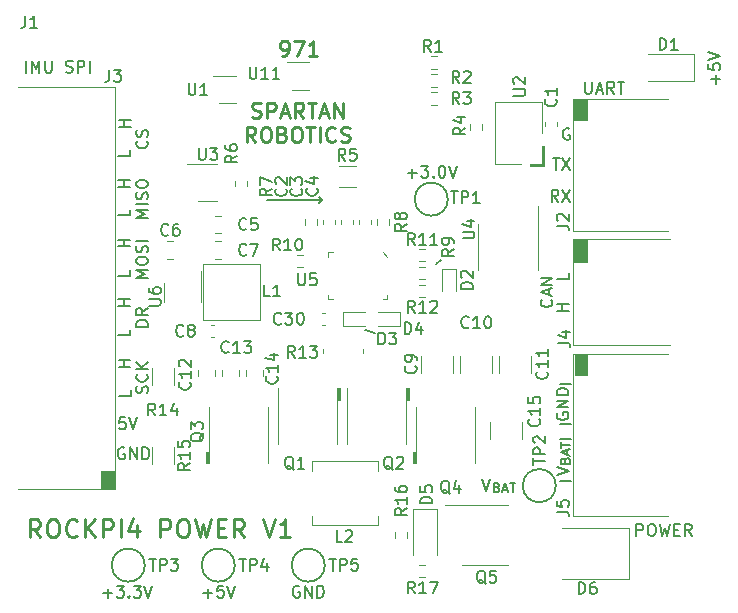
<source format=gbr>
%TF.GenerationSoftware,KiCad,Pcbnew,7.0.10-7.0.10~ubuntu22.04.1*%
%TF.CreationDate,2024-02-04T10:47:17-08:00*%
%TF.ProjectId,PI-Power-Board,50492d50-6f77-4657-922d-426f6172642e,rev?*%
%TF.SameCoordinates,Original*%
%TF.FileFunction,Legend,Top*%
%TF.FilePolarity,Positive*%
%FSLAX46Y46*%
G04 Gerber Fmt 4.6, Leading zero omitted, Abs format (unit mm)*
G04 Created by KiCad (PCBNEW 7.0.10-7.0.10~ubuntu22.04.1) date 2024-02-04 10:47:17*
%MOMM*%
%LPD*%
G01*
G04 APERTURE LIST*
%ADD10C,0.150000*%
%ADD11C,0.228600*%
%ADD12C,0.120000*%
G04 APERTURE END LIST*
D10*
X94234000Y-103530400D02*
X95072200Y-103759000D01*
X90576400Y-92532200D02*
X90322400Y-92786200D01*
X111658400Y-112776000D02*
X110744000Y-112776000D01*
X111658400Y-111480600D02*
X110731300Y-111480600D01*
X111658400Y-116306600D02*
X110731300Y-116306600D01*
X100609400Y-97612200D02*
X100228400Y-97967800D01*
X85953600Y-92532200D02*
X90576400Y-92532200D01*
X90576400Y-92532200D02*
X90347800Y-92303600D01*
X111658400Y-108127800D02*
X110731300Y-108127800D01*
X110109095Y-88989819D02*
X110680523Y-88989819D01*
X110394809Y-89989819D02*
X110394809Y-88989819D01*
X110918619Y-88989819D02*
X111585285Y-89989819D01*
X111585285Y-88989819D02*
X110918619Y-89989819D01*
X75842019Y-94027427D02*
X74842019Y-94027427D01*
X74842019Y-94027427D02*
X75556304Y-93694094D01*
X75556304Y-93694094D02*
X74842019Y-93360761D01*
X74842019Y-93360761D02*
X75842019Y-93360761D01*
X75842019Y-92884570D02*
X74842019Y-92884570D01*
X75794400Y-92455999D02*
X75842019Y-92313142D01*
X75842019Y-92313142D02*
X75842019Y-92075047D01*
X75842019Y-92075047D02*
X75794400Y-91979809D01*
X75794400Y-91979809D02*
X75746780Y-91932190D01*
X75746780Y-91932190D02*
X75651542Y-91884571D01*
X75651542Y-91884571D02*
X75556304Y-91884571D01*
X75556304Y-91884571D02*
X75461066Y-91932190D01*
X75461066Y-91932190D02*
X75413447Y-91979809D01*
X75413447Y-91979809D02*
X75365828Y-92075047D01*
X75365828Y-92075047D02*
X75318209Y-92265523D01*
X75318209Y-92265523D02*
X75270590Y-92360761D01*
X75270590Y-92360761D02*
X75222971Y-92408380D01*
X75222971Y-92408380D02*
X75127733Y-92455999D01*
X75127733Y-92455999D02*
X75032495Y-92455999D01*
X75032495Y-92455999D02*
X74937257Y-92408380D01*
X74937257Y-92408380D02*
X74889638Y-92360761D01*
X74889638Y-92360761D02*
X74842019Y-92265523D01*
X74842019Y-92265523D02*
X74842019Y-92027428D01*
X74842019Y-92027428D02*
X74889638Y-91884571D01*
X74842019Y-91265523D02*
X74842019Y-91075047D01*
X74842019Y-91075047D02*
X74889638Y-90979809D01*
X74889638Y-90979809D02*
X74984876Y-90884571D01*
X74984876Y-90884571D02*
X75175352Y-90836952D01*
X75175352Y-90836952D02*
X75508685Y-90836952D01*
X75508685Y-90836952D02*
X75699161Y-90884571D01*
X75699161Y-90884571D02*
X75794400Y-90979809D01*
X75794400Y-90979809D02*
X75842019Y-91075047D01*
X75842019Y-91075047D02*
X75842019Y-91265523D01*
X75842019Y-91265523D02*
X75794400Y-91360761D01*
X75794400Y-91360761D02*
X75699161Y-91455999D01*
X75699161Y-91455999D02*
X75508685Y-91503618D01*
X75508685Y-91503618D02*
X75175352Y-91503618D01*
X75175352Y-91503618D02*
X74984876Y-91455999D01*
X74984876Y-91455999D02*
X74889638Y-91360761D01*
X74889638Y-91360761D02*
X74842019Y-91265523D01*
X111452819Y-101885713D02*
X110452819Y-101885713D01*
X110929009Y-101885713D02*
X110929009Y-101314285D01*
X111452819Y-101314285D02*
X110452819Y-101314285D01*
X73901323Y-110935419D02*
X73425133Y-110935419D01*
X73425133Y-110935419D02*
X73377514Y-111411609D01*
X73377514Y-111411609D02*
X73425133Y-111363990D01*
X73425133Y-111363990D02*
X73520371Y-111316371D01*
X73520371Y-111316371D02*
X73758466Y-111316371D01*
X73758466Y-111316371D02*
X73853704Y-111363990D01*
X73853704Y-111363990D02*
X73901323Y-111411609D01*
X73901323Y-111411609D02*
X73948942Y-111506847D01*
X73948942Y-111506847D02*
X73948942Y-111744942D01*
X73948942Y-111744942D02*
X73901323Y-111840180D01*
X73901323Y-111840180D02*
X73853704Y-111887800D01*
X73853704Y-111887800D02*
X73758466Y-111935419D01*
X73758466Y-111935419D02*
X73520371Y-111935419D01*
X73520371Y-111935419D02*
X73425133Y-111887800D01*
X73425133Y-111887800D02*
X73377514Y-111840180D01*
X74234657Y-110935419D02*
X74567990Y-111935419D01*
X74567990Y-111935419D02*
X74901323Y-110935419D01*
X111452819Y-98750476D02*
X111452819Y-99226666D01*
X111452819Y-99226666D02*
X110452819Y-99226666D01*
X74318019Y-96450113D02*
X73318019Y-96450113D01*
X73794209Y-96450113D02*
X73794209Y-95878685D01*
X74318019Y-95878685D02*
X73318019Y-95878685D01*
D11*
X87143771Y-80306238D02*
X87385675Y-80306238D01*
X87385675Y-80306238D02*
X87506628Y-80245762D01*
X87506628Y-80245762D02*
X87567104Y-80185285D01*
X87567104Y-80185285D02*
X87688056Y-80003857D01*
X87688056Y-80003857D02*
X87748533Y-79761952D01*
X87748533Y-79761952D02*
X87748533Y-79278142D01*
X87748533Y-79278142D02*
X87688056Y-79157190D01*
X87688056Y-79157190D02*
X87627580Y-79096714D01*
X87627580Y-79096714D02*
X87506628Y-79036238D01*
X87506628Y-79036238D02*
X87264723Y-79036238D01*
X87264723Y-79036238D02*
X87143771Y-79096714D01*
X87143771Y-79096714D02*
X87083294Y-79157190D01*
X87083294Y-79157190D02*
X87022818Y-79278142D01*
X87022818Y-79278142D02*
X87022818Y-79580523D01*
X87022818Y-79580523D02*
X87083294Y-79701476D01*
X87083294Y-79701476D02*
X87143771Y-79761952D01*
X87143771Y-79761952D02*
X87264723Y-79822428D01*
X87264723Y-79822428D02*
X87506628Y-79822428D01*
X87506628Y-79822428D02*
X87627580Y-79761952D01*
X87627580Y-79761952D02*
X87688056Y-79701476D01*
X87688056Y-79701476D02*
X87748533Y-79580523D01*
X88171866Y-79036238D02*
X89018533Y-79036238D01*
X89018533Y-79036238D02*
X88474247Y-80306238D01*
X90167581Y-80306238D02*
X89441866Y-80306238D01*
X89804723Y-80306238D02*
X89804723Y-79036238D01*
X89804723Y-79036238D02*
X89683771Y-79217666D01*
X89683771Y-79217666D02*
X89562819Y-79338619D01*
X89562819Y-79338619D02*
X89441866Y-79399095D01*
D10*
X74318019Y-103500276D02*
X74318019Y-103976466D01*
X74318019Y-103976466D02*
X73318019Y-103976466D01*
X111513904Y-86497438D02*
X111418666Y-86449819D01*
X111418666Y-86449819D02*
X111275809Y-86449819D01*
X111275809Y-86449819D02*
X111132952Y-86497438D01*
X111132952Y-86497438D02*
X111037714Y-86592676D01*
X111037714Y-86592676D02*
X110990095Y-86687914D01*
X110990095Y-86687914D02*
X110942476Y-86878390D01*
X110942476Y-86878390D02*
X110942476Y-87021247D01*
X110942476Y-87021247D02*
X110990095Y-87211723D01*
X110990095Y-87211723D02*
X111037714Y-87306961D01*
X111037714Y-87306961D02*
X111132952Y-87402200D01*
X111132952Y-87402200D02*
X111275809Y-87449819D01*
X111275809Y-87449819D02*
X111371047Y-87449819D01*
X111371047Y-87449819D02*
X111513904Y-87402200D01*
X111513904Y-87402200D02*
X111561523Y-87354580D01*
X111561523Y-87354580D02*
X111561523Y-87021247D01*
X111561523Y-87021247D02*
X111371047Y-87021247D01*
X74318019Y-91395513D02*
X73318019Y-91395513D01*
X73794209Y-91395513D02*
X73794209Y-90824085D01*
X74318019Y-90824085D02*
X73318019Y-90824085D01*
X74292619Y-93340276D02*
X74292619Y-93816466D01*
X74292619Y-93816466D02*
X73292619Y-93816466D01*
X75842019Y-103250904D02*
X74842019Y-103250904D01*
X74842019Y-103250904D02*
X74842019Y-103012809D01*
X74842019Y-103012809D02*
X74889638Y-102869952D01*
X74889638Y-102869952D02*
X74984876Y-102774714D01*
X74984876Y-102774714D02*
X75080114Y-102727095D01*
X75080114Y-102727095D02*
X75270590Y-102679476D01*
X75270590Y-102679476D02*
X75413447Y-102679476D01*
X75413447Y-102679476D02*
X75603923Y-102727095D01*
X75603923Y-102727095D02*
X75699161Y-102774714D01*
X75699161Y-102774714D02*
X75794400Y-102869952D01*
X75794400Y-102869952D02*
X75842019Y-103012809D01*
X75842019Y-103012809D02*
X75842019Y-103250904D01*
X75842019Y-101679476D02*
X75365828Y-102012809D01*
X75842019Y-102250904D02*
X74842019Y-102250904D01*
X74842019Y-102250904D02*
X74842019Y-101869952D01*
X74842019Y-101869952D02*
X74889638Y-101774714D01*
X74889638Y-101774714D02*
X74937257Y-101727095D01*
X74937257Y-101727095D02*
X75032495Y-101679476D01*
X75032495Y-101679476D02*
X75175352Y-101679476D01*
X75175352Y-101679476D02*
X75270590Y-101727095D01*
X75270590Y-101727095D02*
X75318209Y-101774714D01*
X75318209Y-101774714D02*
X75365828Y-101869952D01*
X75365828Y-101869952D02*
X75365828Y-102250904D01*
X73837895Y-113523038D02*
X73742657Y-113475419D01*
X73742657Y-113475419D02*
X73599800Y-113475419D01*
X73599800Y-113475419D02*
X73456943Y-113523038D01*
X73456943Y-113523038D02*
X73361705Y-113618276D01*
X73361705Y-113618276D02*
X73314086Y-113713514D01*
X73314086Y-113713514D02*
X73266467Y-113903990D01*
X73266467Y-113903990D02*
X73266467Y-114046847D01*
X73266467Y-114046847D02*
X73314086Y-114237323D01*
X73314086Y-114237323D02*
X73361705Y-114332561D01*
X73361705Y-114332561D02*
X73456943Y-114427800D01*
X73456943Y-114427800D02*
X73599800Y-114475419D01*
X73599800Y-114475419D02*
X73695038Y-114475419D01*
X73695038Y-114475419D02*
X73837895Y-114427800D01*
X73837895Y-114427800D02*
X73885514Y-114380180D01*
X73885514Y-114380180D02*
X73885514Y-114046847D01*
X73885514Y-114046847D02*
X73695038Y-114046847D01*
X74314086Y-114475419D02*
X74314086Y-113475419D01*
X74314086Y-113475419D02*
X74885514Y-114475419D01*
X74885514Y-114475419D02*
X74885514Y-113475419D01*
X75361705Y-114475419D02*
X75361705Y-113475419D01*
X75361705Y-113475419D02*
X75599800Y-113475419D01*
X75599800Y-113475419D02*
X75742657Y-113523038D01*
X75742657Y-113523038D02*
X75837895Y-113618276D01*
X75837895Y-113618276D02*
X75885514Y-113713514D01*
X75885514Y-113713514D02*
X75933133Y-113903990D01*
X75933133Y-113903990D02*
X75933133Y-114046847D01*
X75933133Y-114046847D02*
X75885514Y-114237323D01*
X75885514Y-114237323D02*
X75837895Y-114332561D01*
X75837895Y-114332561D02*
X75742657Y-114427800D01*
X75742657Y-114427800D02*
X75599800Y-114475419D01*
X75599800Y-114475419D02*
X75361705Y-114475419D01*
X74368819Y-86340913D02*
X73368819Y-86340913D01*
X73845009Y-86340913D02*
X73845009Y-85769485D01*
X74368819Y-85769485D02*
X73368819Y-85769485D01*
X75794400Y-108854713D02*
X75842019Y-108711856D01*
X75842019Y-108711856D02*
X75842019Y-108473761D01*
X75842019Y-108473761D02*
X75794400Y-108378523D01*
X75794400Y-108378523D02*
X75746780Y-108330904D01*
X75746780Y-108330904D02*
X75651542Y-108283285D01*
X75651542Y-108283285D02*
X75556304Y-108283285D01*
X75556304Y-108283285D02*
X75461066Y-108330904D01*
X75461066Y-108330904D02*
X75413447Y-108378523D01*
X75413447Y-108378523D02*
X75365828Y-108473761D01*
X75365828Y-108473761D02*
X75318209Y-108664237D01*
X75318209Y-108664237D02*
X75270590Y-108759475D01*
X75270590Y-108759475D02*
X75222971Y-108807094D01*
X75222971Y-108807094D02*
X75127733Y-108854713D01*
X75127733Y-108854713D02*
X75032495Y-108854713D01*
X75032495Y-108854713D02*
X74937257Y-108807094D01*
X74937257Y-108807094D02*
X74889638Y-108759475D01*
X74889638Y-108759475D02*
X74842019Y-108664237D01*
X74842019Y-108664237D02*
X74842019Y-108426142D01*
X74842019Y-108426142D02*
X74889638Y-108283285D01*
X75746780Y-107283285D02*
X75794400Y-107330904D01*
X75794400Y-107330904D02*
X75842019Y-107473761D01*
X75842019Y-107473761D02*
X75842019Y-107568999D01*
X75842019Y-107568999D02*
X75794400Y-107711856D01*
X75794400Y-107711856D02*
X75699161Y-107807094D01*
X75699161Y-107807094D02*
X75603923Y-107854713D01*
X75603923Y-107854713D02*
X75413447Y-107902332D01*
X75413447Y-107902332D02*
X75270590Y-107902332D01*
X75270590Y-107902332D02*
X75080114Y-107854713D01*
X75080114Y-107854713D02*
X74984876Y-107807094D01*
X74984876Y-107807094D02*
X74889638Y-107711856D01*
X74889638Y-107711856D02*
X74842019Y-107568999D01*
X74842019Y-107568999D02*
X74842019Y-107473761D01*
X74842019Y-107473761D02*
X74889638Y-107330904D01*
X74889638Y-107330904D02*
X74937257Y-107283285D01*
X75842019Y-106854713D02*
X74842019Y-106854713D01*
X75842019Y-106283285D02*
X75270590Y-106711856D01*
X74842019Y-106283285D02*
X75413447Y-106854713D01*
X75842019Y-99107427D02*
X74842019Y-99107427D01*
X74842019Y-99107427D02*
X75556304Y-98774094D01*
X75556304Y-98774094D02*
X74842019Y-98440761D01*
X74842019Y-98440761D02*
X75842019Y-98440761D01*
X74842019Y-97774094D02*
X74842019Y-97583618D01*
X74842019Y-97583618D02*
X74889638Y-97488380D01*
X74889638Y-97488380D02*
X74984876Y-97393142D01*
X74984876Y-97393142D02*
X75175352Y-97345523D01*
X75175352Y-97345523D02*
X75508685Y-97345523D01*
X75508685Y-97345523D02*
X75699161Y-97393142D01*
X75699161Y-97393142D02*
X75794400Y-97488380D01*
X75794400Y-97488380D02*
X75842019Y-97583618D01*
X75842019Y-97583618D02*
X75842019Y-97774094D01*
X75842019Y-97774094D02*
X75794400Y-97869332D01*
X75794400Y-97869332D02*
X75699161Y-97964570D01*
X75699161Y-97964570D02*
X75508685Y-98012189D01*
X75508685Y-98012189D02*
X75175352Y-98012189D01*
X75175352Y-98012189D02*
X74984876Y-97964570D01*
X74984876Y-97964570D02*
X74889638Y-97869332D01*
X74889638Y-97869332D02*
X74842019Y-97774094D01*
X75794400Y-96964570D02*
X75842019Y-96821713D01*
X75842019Y-96821713D02*
X75842019Y-96583618D01*
X75842019Y-96583618D02*
X75794400Y-96488380D01*
X75794400Y-96488380D02*
X75746780Y-96440761D01*
X75746780Y-96440761D02*
X75651542Y-96393142D01*
X75651542Y-96393142D02*
X75556304Y-96393142D01*
X75556304Y-96393142D02*
X75461066Y-96440761D01*
X75461066Y-96440761D02*
X75413447Y-96488380D01*
X75413447Y-96488380D02*
X75365828Y-96583618D01*
X75365828Y-96583618D02*
X75318209Y-96774094D01*
X75318209Y-96774094D02*
X75270590Y-96869332D01*
X75270590Y-96869332D02*
X75222971Y-96916951D01*
X75222971Y-96916951D02*
X75127733Y-96964570D01*
X75127733Y-96964570D02*
X75032495Y-96964570D01*
X75032495Y-96964570D02*
X74937257Y-96916951D01*
X74937257Y-96916951D02*
X74889638Y-96869332D01*
X74889638Y-96869332D02*
X74842019Y-96774094D01*
X74842019Y-96774094D02*
X74842019Y-96535999D01*
X74842019Y-96535999D02*
X74889638Y-96393142D01*
X75842019Y-95964570D02*
X74842019Y-95964570D01*
X74318019Y-88311076D02*
X74318019Y-88787266D01*
X74318019Y-88787266D02*
X73318019Y-88787266D01*
X74318019Y-98471076D02*
X74318019Y-98947266D01*
X74318019Y-98947266D02*
X73318019Y-98947266D01*
X74343419Y-106635513D02*
X73343419Y-106635513D01*
X73819609Y-106635513D02*
X73819609Y-106064085D01*
X74343419Y-106064085D02*
X73343419Y-106064085D01*
X74318019Y-101504713D02*
X73318019Y-101504713D01*
X73794209Y-101504713D02*
X73794209Y-100933285D01*
X74318019Y-100933285D02*
X73318019Y-100933285D01*
D11*
X66711286Y-121089143D02*
X66203286Y-120363429D01*
X65840429Y-121089143D02*
X65840429Y-119565143D01*
X65840429Y-119565143D02*
X66421000Y-119565143D01*
X66421000Y-119565143D02*
X66566143Y-119637714D01*
X66566143Y-119637714D02*
X66638714Y-119710286D01*
X66638714Y-119710286D02*
X66711286Y-119855429D01*
X66711286Y-119855429D02*
X66711286Y-120073143D01*
X66711286Y-120073143D02*
X66638714Y-120218286D01*
X66638714Y-120218286D02*
X66566143Y-120290857D01*
X66566143Y-120290857D02*
X66421000Y-120363429D01*
X66421000Y-120363429D02*
X65840429Y-120363429D01*
X67654714Y-119565143D02*
X67945000Y-119565143D01*
X67945000Y-119565143D02*
X68090143Y-119637714D01*
X68090143Y-119637714D02*
X68235286Y-119782857D01*
X68235286Y-119782857D02*
X68307857Y-120073143D01*
X68307857Y-120073143D02*
X68307857Y-120581143D01*
X68307857Y-120581143D02*
X68235286Y-120871429D01*
X68235286Y-120871429D02*
X68090143Y-121016572D01*
X68090143Y-121016572D02*
X67945000Y-121089143D01*
X67945000Y-121089143D02*
X67654714Y-121089143D01*
X67654714Y-121089143D02*
X67509572Y-121016572D01*
X67509572Y-121016572D02*
X67364429Y-120871429D01*
X67364429Y-120871429D02*
X67291857Y-120581143D01*
X67291857Y-120581143D02*
X67291857Y-120073143D01*
X67291857Y-120073143D02*
X67364429Y-119782857D01*
X67364429Y-119782857D02*
X67509572Y-119637714D01*
X67509572Y-119637714D02*
X67654714Y-119565143D01*
X69831857Y-120944000D02*
X69759285Y-121016572D01*
X69759285Y-121016572D02*
X69541571Y-121089143D01*
X69541571Y-121089143D02*
X69396428Y-121089143D01*
X69396428Y-121089143D02*
X69178714Y-121016572D01*
X69178714Y-121016572D02*
X69033571Y-120871429D01*
X69033571Y-120871429D02*
X68961000Y-120726286D01*
X68961000Y-120726286D02*
X68888428Y-120436000D01*
X68888428Y-120436000D02*
X68888428Y-120218286D01*
X68888428Y-120218286D02*
X68961000Y-119928000D01*
X68961000Y-119928000D02*
X69033571Y-119782857D01*
X69033571Y-119782857D02*
X69178714Y-119637714D01*
X69178714Y-119637714D02*
X69396428Y-119565143D01*
X69396428Y-119565143D02*
X69541571Y-119565143D01*
X69541571Y-119565143D02*
X69759285Y-119637714D01*
X69759285Y-119637714D02*
X69831857Y-119710286D01*
X70485000Y-121089143D02*
X70485000Y-119565143D01*
X71355857Y-121089143D02*
X70702714Y-120218286D01*
X71355857Y-119565143D02*
X70485000Y-120436000D01*
X72009000Y-121089143D02*
X72009000Y-119565143D01*
X72009000Y-119565143D02*
X72589571Y-119565143D01*
X72589571Y-119565143D02*
X72734714Y-119637714D01*
X72734714Y-119637714D02*
X72807285Y-119710286D01*
X72807285Y-119710286D02*
X72879857Y-119855429D01*
X72879857Y-119855429D02*
X72879857Y-120073143D01*
X72879857Y-120073143D02*
X72807285Y-120218286D01*
X72807285Y-120218286D02*
X72734714Y-120290857D01*
X72734714Y-120290857D02*
X72589571Y-120363429D01*
X72589571Y-120363429D02*
X72009000Y-120363429D01*
X73533000Y-121089143D02*
X73533000Y-119565143D01*
X74911857Y-120073143D02*
X74911857Y-121089143D01*
X74548999Y-119492572D02*
X74186142Y-120581143D01*
X74186142Y-120581143D02*
X75129571Y-120581143D01*
X76871286Y-121089143D02*
X76871286Y-119565143D01*
X76871286Y-119565143D02*
X77451857Y-119565143D01*
X77451857Y-119565143D02*
X77597000Y-119637714D01*
X77597000Y-119637714D02*
X77669571Y-119710286D01*
X77669571Y-119710286D02*
X77742143Y-119855429D01*
X77742143Y-119855429D02*
X77742143Y-120073143D01*
X77742143Y-120073143D02*
X77669571Y-120218286D01*
X77669571Y-120218286D02*
X77597000Y-120290857D01*
X77597000Y-120290857D02*
X77451857Y-120363429D01*
X77451857Y-120363429D02*
X76871286Y-120363429D01*
X78685571Y-119565143D02*
X78975857Y-119565143D01*
X78975857Y-119565143D02*
X79121000Y-119637714D01*
X79121000Y-119637714D02*
X79266143Y-119782857D01*
X79266143Y-119782857D02*
X79338714Y-120073143D01*
X79338714Y-120073143D02*
X79338714Y-120581143D01*
X79338714Y-120581143D02*
X79266143Y-120871429D01*
X79266143Y-120871429D02*
X79121000Y-121016572D01*
X79121000Y-121016572D02*
X78975857Y-121089143D01*
X78975857Y-121089143D02*
X78685571Y-121089143D01*
X78685571Y-121089143D02*
X78540429Y-121016572D01*
X78540429Y-121016572D02*
X78395286Y-120871429D01*
X78395286Y-120871429D02*
X78322714Y-120581143D01*
X78322714Y-120581143D02*
X78322714Y-120073143D01*
X78322714Y-120073143D02*
X78395286Y-119782857D01*
X78395286Y-119782857D02*
X78540429Y-119637714D01*
X78540429Y-119637714D02*
X78685571Y-119565143D01*
X79846714Y-119565143D02*
X80209571Y-121089143D01*
X80209571Y-121089143D02*
X80499857Y-120000572D01*
X80499857Y-120000572D02*
X80790142Y-121089143D01*
X80790142Y-121089143D02*
X81153000Y-119565143D01*
X81733571Y-120290857D02*
X82241571Y-120290857D01*
X82459285Y-121089143D02*
X81733571Y-121089143D01*
X81733571Y-121089143D02*
X81733571Y-119565143D01*
X81733571Y-119565143D02*
X82459285Y-119565143D01*
X83983285Y-121089143D02*
X83475285Y-120363429D01*
X83112428Y-121089143D02*
X83112428Y-119565143D01*
X83112428Y-119565143D02*
X83692999Y-119565143D01*
X83692999Y-119565143D02*
X83838142Y-119637714D01*
X83838142Y-119637714D02*
X83910713Y-119710286D01*
X83910713Y-119710286D02*
X83983285Y-119855429D01*
X83983285Y-119855429D02*
X83983285Y-120073143D01*
X83983285Y-120073143D02*
X83910713Y-120218286D01*
X83910713Y-120218286D02*
X83838142Y-120290857D01*
X83838142Y-120290857D02*
X83692999Y-120363429D01*
X83692999Y-120363429D02*
X83112428Y-120363429D01*
X85579856Y-119565143D02*
X86087856Y-121089143D01*
X86087856Y-121089143D02*
X86595856Y-119565143D01*
X87902142Y-121089143D02*
X87031285Y-121089143D01*
X87466714Y-121089143D02*
X87466714Y-119565143D01*
X87466714Y-119565143D02*
X87321571Y-119782857D01*
X87321571Y-119782857D02*
X87176428Y-119928000D01*
X87176428Y-119928000D02*
X87031285Y-120000572D01*
D10*
X75746780Y-87542666D02*
X75794400Y-87590285D01*
X75794400Y-87590285D02*
X75842019Y-87733142D01*
X75842019Y-87733142D02*
X75842019Y-87828380D01*
X75842019Y-87828380D02*
X75794400Y-87971237D01*
X75794400Y-87971237D02*
X75699161Y-88066475D01*
X75699161Y-88066475D02*
X75603923Y-88114094D01*
X75603923Y-88114094D02*
X75413447Y-88161713D01*
X75413447Y-88161713D02*
X75270590Y-88161713D01*
X75270590Y-88161713D02*
X75080114Y-88114094D01*
X75080114Y-88114094D02*
X74984876Y-88066475D01*
X74984876Y-88066475D02*
X74889638Y-87971237D01*
X74889638Y-87971237D02*
X74842019Y-87828380D01*
X74842019Y-87828380D02*
X74842019Y-87733142D01*
X74842019Y-87733142D02*
X74889638Y-87590285D01*
X74889638Y-87590285D02*
X74937257Y-87542666D01*
X75794400Y-87161713D02*
X75842019Y-87018856D01*
X75842019Y-87018856D02*
X75842019Y-86780761D01*
X75842019Y-86780761D02*
X75794400Y-86685523D01*
X75794400Y-86685523D02*
X75746780Y-86637904D01*
X75746780Y-86637904D02*
X75651542Y-86590285D01*
X75651542Y-86590285D02*
X75556304Y-86590285D01*
X75556304Y-86590285D02*
X75461066Y-86637904D01*
X75461066Y-86637904D02*
X75413447Y-86685523D01*
X75413447Y-86685523D02*
X75365828Y-86780761D01*
X75365828Y-86780761D02*
X75318209Y-86971237D01*
X75318209Y-86971237D02*
X75270590Y-87066475D01*
X75270590Y-87066475D02*
X75222971Y-87114094D01*
X75222971Y-87114094D02*
X75127733Y-87161713D01*
X75127733Y-87161713D02*
X75032495Y-87161713D01*
X75032495Y-87161713D02*
X74937257Y-87114094D01*
X74937257Y-87114094D02*
X74889638Y-87066475D01*
X74889638Y-87066475D02*
X74842019Y-86971237D01*
X74842019Y-86971237D02*
X74842019Y-86733142D01*
X74842019Y-86733142D02*
X74889638Y-86590285D01*
X110577333Y-92656819D02*
X110244000Y-92180628D01*
X110005905Y-92656819D02*
X110005905Y-91656819D01*
X110005905Y-91656819D02*
X110386857Y-91656819D01*
X110386857Y-91656819D02*
X110482095Y-91704438D01*
X110482095Y-91704438D02*
X110529714Y-91752057D01*
X110529714Y-91752057D02*
X110577333Y-91847295D01*
X110577333Y-91847295D02*
X110577333Y-91990152D01*
X110577333Y-91990152D02*
X110529714Y-92085390D01*
X110529714Y-92085390D02*
X110482095Y-92133009D01*
X110482095Y-92133009D02*
X110386857Y-92180628D01*
X110386857Y-92180628D02*
X110005905Y-92180628D01*
X110910667Y-91656819D02*
X111577333Y-92656819D01*
X111577333Y-91656819D02*
X110910667Y-92656819D01*
X74368819Y-108656476D02*
X74368819Y-109132666D01*
X74368819Y-109132666D02*
X73368819Y-109132666D01*
X110452819Y-115807951D02*
X111452819Y-115474618D01*
X111452819Y-115474618D02*
X110452819Y-115141285D01*
X111144247Y-114588904D02*
X111182342Y-114474618D01*
X111182342Y-114474618D02*
X111220438Y-114436523D01*
X111220438Y-114436523D02*
X111296628Y-114398427D01*
X111296628Y-114398427D02*
X111410914Y-114398427D01*
X111410914Y-114398427D02*
X111487104Y-114436523D01*
X111487104Y-114436523D02*
X111525200Y-114474618D01*
X111525200Y-114474618D02*
X111563295Y-114550808D01*
X111563295Y-114550808D02*
X111563295Y-114855570D01*
X111563295Y-114855570D02*
X110763295Y-114855570D01*
X110763295Y-114855570D02*
X110763295Y-114588904D01*
X110763295Y-114588904D02*
X110801390Y-114512713D01*
X110801390Y-114512713D02*
X110839485Y-114474618D01*
X110839485Y-114474618D02*
X110915676Y-114436523D01*
X110915676Y-114436523D02*
X110991866Y-114436523D01*
X110991866Y-114436523D02*
X111068057Y-114474618D01*
X111068057Y-114474618D02*
X111106152Y-114512713D01*
X111106152Y-114512713D02*
X111144247Y-114588904D01*
X111144247Y-114588904D02*
X111144247Y-114855570D01*
X111334723Y-114093666D02*
X111334723Y-113712713D01*
X111563295Y-114169856D02*
X110763295Y-113903189D01*
X110763295Y-113903189D02*
X111563295Y-113636523D01*
X110763295Y-113484142D02*
X110763295Y-113026999D01*
X111563295Y-113255571D02*
X110763295Y-113255571D01*
X110475038Y-110566104D02*
X110427419Y-110661342D01*
X110427419Y-110661342D02*
X110427419Y-110804199D01*
X110427419Y-110804199D02*
X110475038Y-110947056D01*
X110475038Y-110947056D02*
X110570276Y-111042294D01*
X110570276Y-111042294D02*
X110665514Y-111089913D01*
X110665514Y-111089913D02*
X110855990Y-111137532D01*
X110855990Y-111137532D02*
X110998847Y-111137532D01*
X110998847Y-111137532D02*
X111189323Y-111089913D01*
X111189323Y-111089913D02*
X111284561Y-111042294D01*
X111284561Y-111042294D02*
X111379800Y-110947056D01*
X111379800Y-110947056D02*
X111427419Y-110804199D01*
X111427419Y-110804199D02*
X111427419Y-110708961D01*
X111427419Y-110708961D02*
X111379800Y-110566104D01*
X111379800Y-110566104D02*
X111332180Y-110518485D01*
X111332180Y-110518485D02*
X110998847Y-110518485D01*
X110998847Y-110518485D02*
X110998847Y-110708961D01*
X111427419Y-110089913D02*
X110427419Y-110089913D01*
X110427419Y-110089913D02*
X111427419Y-109518485D01*
X111427419Y-109518485D02*
X110427419Y-109518485D01*
X111427419Y-109042294D02*
X110427419Y-109042294D01*
X110427419Y-109042294D02*
X110427419Y-108804199D01*
X110427419Y-108804199D02*
X110475038Y-108661342D01*
X110475038Y-108661342D02*
X110570276Y-108566104D01*
X110570276Y-108566104D02*
X110665514Y-108518485D01*
X110665514Y-108518485D02*
X110855990Y-108470866D01*
X110855990Y-108470866D02*
X110998847Y-108470866D01*
X110998847Y-108470866D02*
X111189323Y-108518485D01*
X111189323Y-108518485D02*
X111284561Y-108566104D01*
X111284561Y-108566104D02*
X111379800Y-108661342D01*
X111379800Y-108661342D02*
X111427419Y-108804199D01*
X111427419Y-108804199D02*
X111427419Y-109042294D01*
D11*
X84648524Y-85497212D02*
X84829953Y-85557688D01*
X84829953Y-85557688D02*
X85132334Y-85557688D01*
X85132334Y-85557688D02*
X85253286Y-85497212D01*
X85253286Y-85497212D02*
X85313762Y-85436735D01*
X85313762Y-85436735D02*
X85374239Y-85315783D01*
X85374239Y-85315783D02*
X85374239Y-85194831D01*
X85374239Y-85194831D02*
X85313762Y-85073878D01*
X85313762Y-85073878D02*
X85253286Y-85013402D01*
X85253286Y-85013402D02*
X85132334Y-84952926D01*
X85132334Y-84952926D02*
X84890429Y-84892450D01*
X84890429Y-84892450D02*
X84769477Y-84831973D01*
X84769477Y-84831973D02*
X84709000Y-84771497D01*
X84709000Y-84771497D02*
X84648524Y-84650545D01*
X84648524Y-84650545D02*
X84648524Y-84529592D01*
X84648524Y-84529592D02*
X84709000Y-84408640D01*
X84709000Y-84408640D02*
X84769477Y-84348164D01*
X84769477Y-84348164D02*
X84890429Y-84287688D01*
X84890429Y-84287688D02*
X85192810Y-84287688D01*
X85192810Y-84287688D02*
X85374239Y-84348164D01*
X85918524Y-85557688D02*
X85918524Y-84287688D01*
X85918524Y-84287688D02*
X86402334Y-84287688D01*
X86402334Y-84287688D02*
X86523286Y-84348164D01*
X86523286Y-84348164D02*
X86583763Y-84408640D01*
X86583763Y-84408640D02*
X86644239Y-84529592D01*
X86644239Y-84529592D02*
X86644239Y-84711021D01*
X86644239Y-84711021D02*
X86583763Y-84831973D01*
X86583763Y-84831973D02*
X86523286Y-84892450D01*
X86523286Y-84892450D02*
X86402334Y-84952926D01*
X86402334Y-84952926D02*
X85918524Y-84952926D01*
X87128048Y-85194831D02*
X87732810Y-85194831D01*
X87007096Y-85557688D02*
X87430429Y-84287688D01*
X87430429Y-84287688D02*
X87853763Y-85557688D01*
X89002810Y-85557688D02*
X88579476Y-84952926D01*
X88277095Y-85557688D02*
X88277095Y-84287688D01*
X88277095Y-84287688D02*
X88760905Y-84287688D01*
X88760905Y-84287688D02*
X88881857Y-84348164D01*
X88881857Y-84348164D02*
X88942334Y-84408640D01*
X88942334Y-84408640D02*
X89002810Y-84529592D01*
X89002810Y-84529592D02*
X89002810Y-84711021D01*
X89002810Y-84711021D02*
X88942334Y-84831973D01*
X88942334Y-84831973D02*
X88881857Y-84892450D01*
X88881857Y-84892450D02*
X88760905Y-84952926D01*
X88760905Y-84952926D02*
X88277095Y-84952926D01*
X89365667Y-84287688D02*
X90091381Y-84287688D01*
X89728524Y-85557688D02*
X89728524Y-84287688D01*
X90454238Y-85194831D02*
X91059000Y-85194831D01*
X90333286Y-85557688D02*
X90756619Y-84287688D01*
X90756619Y-84287688D02*
X91179953Y-85557688D01*
X91603285Y-85557688D02*
X91603285Y-84287688D01*
X91603285Y-84287688D02*
X92329000Y-85557688D01*
X92329000Y-85557688D02*
X92329000Y-84287688D01*
X84920667Y-87602388D02*
X84497333Y-86997626D01*
X84194952Y-87602388D02*
X84194952Y-86332388D01*
X84194952Y-86332388D02*
X84678762Y-86332388D01*
X84678762Y-86332388D02*
X84799714Y-86392864D01*
X84799714Y-86392864D02*
X84860191Y-86453340D01*
X84860191Y-86453340D02*
X84920667Y-86574292D01*
X84920667Y-86574292D02*
X84920667Y-86755721D01*
X84920667Y-86755721D02*
X84860191Y-86876673D01*
X84860191Y-86876673D02*
X84799714Y-86937150D01*
X84799714Y-86937150D02*
X84678762Y-86997626D01*
X84678762Y-86997626D02*
X84194952Y-86997626D01*
X85706857Y-86332388D02*
X85948762Y-86332388D01*
X85948762Y-86332388D02*
X86069714Y-86392864D01*
X86069714Y-86392864D02*
X86190667Y-86513816D01*
X86190667Y-86513816D02*
X86251143Y-86755721D01*
X86251143Y-86755721D02*
X86251143Y-87179054D01*
X86251143Y-87179054D02*
X86190667Y-87420959D01*
X86190667Y-87420959D02*
X86069714Y-87541912D01*
X86069714Y-87541912D02*
X85948762Y-87602388D01*
X85948762Y-87602388D02*
X85706857Y-87602388D01*
X85706857Y-87602388D02*
X85585905Y-87541912D01*
X85585905Y-87541912D02*
X85464952Y-87420959D01*
X85464952Y-87420959D02*
X85404476Y-87179054D01*
X85404476Y-87179054D02*
X85404476Y-86755721D01*
X85404476Y-86755721D02*
X85464952Y-86513816D01*
X85464952Y-86513816D02*
X85585905Y-86392864D01*
X85585905Y-86392864D02*
X85706857Y-86332388D01*
X87218762Y-86937150D02*
X87400190Y-86997626D01*
X87400190Y-86997626D02*
X87460667Y-87058102D01*
X87460667Y-87058102D02*
X87521143Y-87179054D01*
X87521143Y-87179054D02*
X87521143Y-87360483D01*
X87521143Y-87360483D02*
X87460667Y-87481435D01*
X87460667Y-87481435D02*
X87400190Y-87541912D01*
X87400190Y-87541912D02*
X87279238Y-87602388D01*
X87279238Y-87602388D02*
X86795428Y-87602388D01*
X86795428Y-87602388D02*
X86795428Y-86332388D01*
X86795428Y-86332388D02*
X87218762Y-86332388D01*
X87218762Y-86332388D02*
X87339714Y-86392864D01*
X87339714Y-86392864D02*
X87400190Y-86453340D01*
X87400190Y-86453340D02*
X87460667Y-86574292D01*
X87460667Y-86574292D02*
X87460667Y-86695245D01*
X87460667Y-86695245D02*
X87400190Y-86816197D01*
X87400190Y-86816197D02*
X87339714Y-86876673D01*
X87339714Y-86876673D02*
X87218762Y-86937150D01*
X87218762Y-86937150D02*
X86795428Y-86937150D01*
X88307333Y-86332388D02*
X88549238Y-86332388D01*
X88549238Y-86332388D02*
X88670190Y-86392864D01*
X88670190Y-86392864D02*
X88791143Y-86513816D01*
X88791143Y-86513816D02*
X88851619Y-86755721D01*
X88851619Y-86755721D02*
X88851619Y-87179054D01*
X88851619Y-87179054D02*
X88791143Y-87420959D01*
X88791143Y-87420959D02*
X88670190Y-87541912D01*
X88670190Y-87541912D02*
X88549238Y-87602388D01*
X88549238Y-87602388D02*
X88307333Y-87602388D01*
X88307333Y-87602388D02*
X88186381Y-87541912D01*
X88186381Y-87541912D02*
X88065428Y-87420959D01*
X88065428Y-87420959D02*
X88004952Y-87179054D01*
X88004952Y-87179054D02*
X88004952Y-86755721D01*
X88004952Y-86755721D02*
X88065428Y-86513816D01*
X88065428Y-86513816D02*
X88186381Y-86392864D01*
X88186381Y-86392864D02*
X88307333Y-86332388D01*
X89214476Y-86332388D02*
X89940190Y-86332388D01*
X89577333Y-87602388D02*
X89577333Y-86332388D01*
X90363523Y-87602388D02*
X90363523Y-86332388D01*
X91694000Y-87481435D02*
X91633524Y-87541912D01*
X91633524Y-87541912D02*
X91452095Y-87602388D01*
X91452095Y-87602388D02*
X91331143Y-87602388D01*
X91331143Y-87602388D02*
X91149714Y-87541912D01*
X91149714Y-87541912D02*
X91028762Y-87420959D01*
X91028762Y-87420959D02*
X90968285Y-87300007D01*
X90968285Y-87300007D02*
X90907809Y-87058102D01*
X90907809Y-87058102D02*
X90907809Y-86876673D01*
X90907809Y-86876673D02*
X90968285Y-86634769D01*
X90968285Y-86634769D02*
X91028762Y-86513816D01*
X91028762Y-86513816D02*
X91149714Y-86392864D01*
X91149714Y-86392864D02*
X91331143Y-86332388D01*
X91331143Y-86332388D02*
X91452095Y-86332388D01*
X91452095Y-86332388D02*
X91633524Y-86392864D01*
X91633524Y-86392864D02*
X91694000Y-86453340D01*
X92177809Y-87541912D02*
X92359238Y-87602388D01*
X92359238Y-87602388D02*
X92661619Y-87602388D01*
X92661619Y-87602388D02*
X92782571Y-87541912D01*
X92782571Y-87541912D02*
X92843047Y-87481435D01*
X92843047Y-87481435D02*
X92903524Y-87360483D01*
X92903524Y-87360483D02*
X92903524Y-87239531D01*
X92903524Y-87239531D02*
X92843047Y-87118578D01*
X92843047Y-87118578D02*
X92782571Y-87058102D01*
X92782571Y-87058102D02*
X92661619Y-86997626D01*
X92661619Y-86997626D02*
X92419714Y-86937150D01*
X92419714Y-86937150D02*
X92298762Y-86876673D01*
X92298762Y-86876673D02*
X92238285Y-86816197D01*
X92238285Y-86816197D02*
X92177809Y-86695245D01*
X92177809Y-86695245D02*
X92177809Y-86574292D01*
X92177809Y-86574292D02*
X92238285Y-86453340D01*
X92238285Y-86453340D02*
X92298762Y-86392864D01*
X92298762Y-86392864D02*
X92419714Y-86332388D01*
X92419714Y-86332388D02*
X92722095Y-86332388D01*
X92722095Y-86332388D02*
X92903524Y-86392864D01*
D10*
X102989142Y-103280380D02*
X102941523Y-103328000D01*
X102941523Y-103328000D02*
X102798666Y-103375619D01*
X102798666Y-103375619D02*
X102703428Y-103375619D01*
X102703428Y-103375619D02*
X102560571Y-103328000D01*
X102560571Y-103328000D02*
X102465333Y-103232761D01*
X102465333Y-103232761D02*
X102417714Y-103137523D01*
X102417714Y-103137523D02*
X102370095Y-102947047D01*
X102370095Y-102947047D02*
X102370095Y-102804190D01*
X102370095Y-102804190D02*
X102417714Y-102613714D01*
X102417714Y-102613714D02*
X102465333Y-102518476D01*
X102465333Y-102518476D02*
X102560571Y-102423238D01*
X102560571Y-102423238D02*
X102703428Y-102375619D01*
X102703428Y-102375619D02*
X102798666Y-102375619D01*
X102798666Y-102375619D02*
X102941523Y-102423238D01*
X102941523Y-102423238D02*
X102989142Y-102470857D01*
X103941523Y-103375619D02*
X103370095Y-103375619D01*
X103655809Y-103375619D02*
X103655809Y-102375619D01*
X103655809Y-102375619D02*
X103560571Y-102518476D01*
X103560571Y-102518476D02*
X103465333Y-102613714D01*
X103465333Y-102613714D02*
X103370095Y-102661333D01*
X104560571Y-102375619D02*
X104655809Y-102375619D01*
X104655809Y-102375619D02*
X104751047Y-102423238D01*
X104751047Y-102423238D02*
X104798666Y-102470857D01*
X104798666Y-102470857D02*
X104846285Y-102566095D01*
X104846285Y-102566095D02*
X104893904Y-102756571D01*
X104893904Y-102756571D02*
X104893904Y-102994666D01*
X104893904Y-102994666D02*
X104846285Y-103185142D01*
X104846285Y-103185142D02*
X104798666Y-103280380D01*
X104798666Y-103280380D02*
X104751047Y-103328000D01*
X104751047Y-103328000D02*
X104655809Y-103375619D01*
X104655809Y-103375619D02*
X104560571Y-103375619D01*
X104560571Y-103375619D02*
X104465333Y-103328000D01*
X104465333Y-103328000D02*
X104417714Y-103280380D01*
X104417714Y-103280380D02*
X104370095Y-103185142D01*
X104370095Y-103185142D02*
X104322476Y-102994666D01*
X104322476Y-102994666D02*
X104322476Y-102756571D01*
X104322476Y-102756571D02*
X104370095Y-102566095D01*
X104370095Y-102566095D02*
X104417714Y-102470857D01*
X104417714Y-102470857D02*
X104465333Y-102423238D01*
X104465333Y-102423238D02*
X104560571Y-102375619D01*
X101724619Y-96686666D02*
X101248428Y-97019999D01*
X101724619Y-97258094D02*
X100724619Y-97258094D01*
X100724619Y-97258094D02*
X100724619Y-96877142D01*
X100724619Y-96877142D02*
X100772238Y-96781904D01*
X100772238Y-96781904D02*
X100819857Y-96734285D01*
X100819857Y-96734285D02*
X100915095Y-96686666D01*
X100915095Y-96686666D02*
X101057952Y-96686666D01*
X101057952Y-96686666D02*
X101153190Y-96734285D01*
X101153190Y-96734285D02*
X101200809Y-96781904D01*
X101200809Y-96781904D02*
X101248428Y-96877142D01*
X101248428Y-96877142D02*
X101248428Y-97258094D01*
X101724619Y-96210475D02*
X101724619Y-96019999D01*
X101724619Y-96019999D02*
X101677000Y-95924761D01*
X101677000Y-95924761D02*
X101629380Y-95877142D01*
X101629380Y-95877142D02*
X101486523Y-95781904D01*
X101486523Y-95781904D02*
X101296047Y-95734285D01*
X101296047Y-95734285D02*
X100915095Y-95734285D01*
X100915095Y-95734285D02*
X100819857Y-95781904D01*
X100819857Y-95781904D02*
X100772238Y-95829523D01*
X100772238Y-95829523D02*
X100724619Y-95924761D01*
X100724619Y-95924761D02*
X100724619Y-96115237D01*
X100724619Y-96115237D02*
X100772238Y-96210475D01*
X100772238Y-96210475D02*
X100819857Y-96258094D01*
X100819857Y-96258094D02*
X100915095Y-96305713D01*
X100915095Y-96305713D02*
X101153190Y-96305713D01*
X101153190Y-96305713D02*
X101248428Y-96258094D01*
X101248428Y-96258094D02*
X101296047Y-96210475D01*
X101296047Y-96210475D02*
X101343666Y-96115237D01*
X101343666Y-96115237D02*
X101343666Y-95924761D01*
X101343666Y-95924761D02*
X101296047Y-95829523D01*
X101296047Y-95829523D02*
X101248428Y-95781904D01*
X101248428Y-95781904D02*
X101153190Y-95734285D01*
X80137095Y-88113819D02*
X80137095Y-88923342D01*
X80137095Y-88923342D02*
X80184714Y-89018580D01*
X80184714Y-89018580D02*
X80232333Y-89066200D01*
X80232333Y-89066200D02*
X80327571Y-89113819D01*
X80327571Y-89113819D02*
X80518047Y-89113819D01*
X80518047Y-89113819D02*
X80613285Y-89066200D01*
X80613285Y-89066200D02*
X80660904Y-89018580D01*
X80660904Y-89018580D02*
X80708523Y-88923342D01*
X80708523Y-88923342D02*
X80708523Y-88113819D01*
X81089476Y-88113819D02*
X81708523Y-88113819D01*
X81708523Y-88113819D02*
X81375190Y-88494771D01*
X81375190Y-88494771D02*
X81518047Y-88494771D01*
X81518047Y-88494771D02*
X81613285Y-88542390D01*
X81613285Y-88542390D02*
X81660904Y-88590009D01*
X81660904Y-88590009D02*
X81708523Y-88685247D01*
X81708523Y-88685247D02*
X81708523Y-88923342D01*
X81708523Y-88923342D02*
X81660904Y-89018580D01*
X81660904Y-89018580D02*
X81613285Y-89066200D01*
X81613285Y-89066200D02*
X81518047Y-89113819D01*
X81518047Y-89113819D02*
X81232333Y-89113819D01*
X81232333Y-89113819D02*
X81137095Y-89066200D01*
X81137095Y-89066200D02*
X81089476Y-89018580D01*
X87114142Y-102975580D02*
X87066523Y-103023200D01*
X87066523Y-103023200D02*
X86923666Y-103070819D01*
X86923666Y-103070819D02*
X86828428Y-103070819D01*
X86828428Y-103070819D02*
X86685571Y-103023200D01*
X86685571Y-103023200D02*
X86590333Y-102927961D01*
X86590333Y-102927961D02*
X86542714Y-102832723D01*
X86542714Y-102832723D02*
X86495095Y-102642247D01*
X86495095Y-102642247D02*
X86495095Y-102499390D01*
X86495095Y-102499390D02*
X86542714Y-102308914D01*
X86542714Y-102308914D02*
X86590333Y-102213676D01*
X86590333Y-102213676D02*
X86685571Y-102118438D01*
X86685571Y-102118438D02*
X86828428Y-102070819D01*
X86828428Y-102070819D02*
X86923666Y-102070819D01*
X86923666Y-102070819D02*
X87066523Y-102118438D01*
X87066523Y-102118438D02*
X87114142Y-102166057D01*
X87447476Y-102070819D02*
X88066523Y-102070819D01*
X88066523Y-102070819D02*
X87733190Y-102451771D01*
X87733190Y-102451771D02*
X87876047Y-102451771D01*
X87876047Y-102451771D02*
X87971285Y-102499390D01*
X87971285Y-102499390D02*
X88018904Y-102547009D01*
X88018904Y-102547009D02*
X88066523Y-102642247D01*
X88066523Y-102642247D02*
X88066523Y-102880342D01*
X88066523Y-102880342D02*
X88018904Y-102975580D01*
X88018904Y-102975580D02*
X87971285Y-103023200D01*
X87971285Y-103023200D02*
X87876047Y-103070819D01*
X87876047Y-103070819D02*
X87590333Y-103070819D01*
X87590333Y-103070819D02*
X87495095Y-103023200D01*
X87495095Y-103023200D02*
X87447476Y-102975580D01*
X88685571Y-102070819D02*
X88780809Y-102070819D01*
X88780809Y-102070819D02*
X88876047Y-102118438D01*
X88876047Y-102118438D02*
X88923666Y-102166057D01*
X88923666Y-102166057D02*
X88971285Y-102261295D01*
X88971285Y-102261295D02*
X89018904Y-102451771D01*
X89018904Y-102451771D02*
X89018904Y-102689866D01*
X89018904Y-102689866D02*
X88971285Y-102880342D01*
X88971285Y-102880342D02*
X88923666Y-102975580D01*
X88923666Y-102975580D02*
X88876047Y-103023200D01*
X88876047Y-103023200D02*
X88780809Y-103070819D01*
X88780809Y-103070819D02*
X88685571Y-103070819D01*
X88685571Y-103070819D02*
X88590333Y-103023200D01*
X88590333Y-103023200D02*
X88542714Y-102975580D01*
X88542714Y-102975580D02*
X88495095Y-102880342D01*
X88495095Y-102880342D02*
X88447476Y-102689866D01*
X88447476Y-102689866D02*
X88447476Y-102451771D01*
X88447476Y-102451771D02*
X88495095Y-102261295D01*
X88495095Y-102261295D02*
X88542714Y-102166057D01*
X88542714Y-102166057D02*
X88590333Y-102118438D01*
X88590333Y-102118438D02*
X88685571Y-102070819D01*
X86719580Y-107449857D02*
X86767200Y-107497476D01*
X86767200Y-107497476D02*
X86814819Y-107640333D01*
X86814819Y-107640333D02*
X86814819Y-107735571D01*
X86814819Y-107735571D02*
X86767200Y-107878428D01*
X86767200Y-107878428D02*
X86671961Y-107973666D01*
X86671961Y-107973666D02*
X86576723Y-108021285D01*
X86576723Y-108021285D02*
X86386247Y-108068904D01*
X86386247Y-108068904D02*
X86243390Y-108068904D01*
X86243390Y-108068904D02*
X86052914Y-108021285D01*
X86052914Y-108021285D02*
X85957676Y-107973666D01*
X85957676Y-107973666D02*
X85862438Y-107878428D01*
X85862438Y-107878428D02*
X85814819Y-107735571D01*
X85814819Y-107735571D02*
X85814819Y-107640333D01*
X85814819Y-107640333D02*
X85862438Y-107497476D01*
X85862438Y-107497476D02*
X85910057Y-107449857D01*
X86814819Y-106497476D02*
X86814819Y-107068904D01*
X86814819Y-106783190D02*
X85814819Y-106783190D01*
X85814819Y-106783190D02*
X85957676Y-106878428D01*
X85957676Y-106878428D02*
X86052914Y-106973666D01*
X86052914Y-106973666D02*
X86100533Y-107068904D01*
X86148152Y-105640333D02*
X86814819Y-105640333D01*
X85767200Y-105878428D02*
X86481485Y-106116523D01*
X86481485Y-106116523D02*
X86481485Y-105497476D01*
X86167933Y-100683219D02*
X85691743Y-100683219D01*
X85691743Y-100683219D02*
X85691743Y-99683219D01*
X87025076Y-100683219D02*
X86453648Y-100683219D01*
X86739362Y-100683219D02*
X86739362Y-99683219D01*
X86739362Y-99683219D02*
X86644124Y-99826076D01*
X86644124Y-99826076D02*
X86548886Y-99921314D01*
X86548886Y-99921314D02*
X86453648Y-99968933D01*
X106769819Y-83692904D02*
X107579342Y-83692904D01*
X107579342Y-83692904D02*
X107674580Y-83645285D01*
X107674580Y-83645285D02*
X107722200Y-83597666D01*
X107722200Y-83597666D02*
X107769819Y-83502428D01*
X107769819Y-83502428D02*
X107769819Y-83311952D01*
X107769819Y-83311952D02*
X107722200Y-83216714D01*
X107722200Y-83216714D02*
X107674580Y-83169095D01*
X107674580Y-83169095D02*
X107579342Y-83121476D01*
X107579342Y-83121476D02*
X106769819Y-83121476D01*
X106865057Y-82692904D02*
X106817438Y-82645285D01*
X106817438Y-82645285D02*
X106769819Y-82550047D01*
X106769819Y-82550047D02*
X106769819Y-82311952D01*
X106769819Y-82311952D02*
X106817438Y-82216714D01*
X106817438Y-82216714D02*
X106865057Y-82169095D01*
X106865057Y-82169095D02*
X106960295Y-82121476D01*
X106960295Y-82121476D02*
X107055533Y-82121476D01*
X107055533Y-82121476D02*
X107198390Y-82169095D01*
X107198390Y-82169095D02*
X107769819Y-82740523D01*
X107769819Y-82740523D02*
X107769819Y-82121476D01*
X101377761Y-117390057D02*
X101282523Y-117342438D01*
X101282523Y-117342438D02*
X101187285Y-117247200D01*
X101187285Y-117247200D02*
X101044428Y-117104342D01*
X101044428Y-117104342D02*
X100949190Y-117056723D01*
X100949190Y-117056723D02*
X100853952Y-117056723D01*
X100901571Y-117294819D02*
X100806333Y-117247200D01*
X100806333Y-117247200D02*
X100711095Y-117151961D01*
X100711095Y-117151961D02*
X100663476Y-116961485D01*
X100663476Y-116961485D02*
X100663476Y-116628152D01*
X100663476Y-116628152D02*
X100711095Y-116437676D01*
X100711095Y-116437676D02*
X100806333Y-116342438D01*
X100806333Y-116342438D02*
X100901571Y-116294819D01*
X100901571Y-116294819D02*
X101092047Y-116294819D01*
X101092047Y-116294819D02*
X101187285Y-116342438D01*
X101187285Y-116342438D02*
X101282523Y-116437676D01*
X101282523Y-116437676D02*
X101330142Y-116628152D01*
X101330142Y-116628152D02*
X101330142Y-116961485D01*
X101330142Y-116961485D02*
X101282523Y-117151961D01*
X101282523Y-117151961D02*
X101187285Y-117247200D01*
X101187285Y-117247200D02*
X101092047Y-117294819D01*
X101092047Y-117294819D02*
X100901571Y-117294819D01*
X102187285Y-116628152D02*
X102187285Y-117294819D01*
X101949190Y-116247200D02*
X101711095Y-116961485D01*
X101711095Y-116961485D02*
X102330142Y-116961485D01*
X79273495Y-82639819D02*
X79273495Y-83449342D01*
X79273495Y-83449342D02*
X79321114Y-83544580D01*
X79321114Y-83544580D02*
X79368733Y-83592200D01*
X79368733Y-83592200D02*
X79463971Y-83639819D01*
X79463971Y-83639819D02*
X79654447Y-83639819D01*
X79654447Y-83639819D02*
X79749685Y-83592200D01*
X79749685Y-83592200D02*
X79797304Y-83544580D01*
X79797304Y-83544580D02*
X79844923Y-83449342D01*
X79844923Y-83449342D02*
X79844923Y-82639819D01*
X80844923Y-83639819D02*
X80273495Y-83639819D01*
X80559209Y-83639819D02*
X80559209Y-82639819D01*
X80559209Y-82639819D02*
X80463971Y-82782676D01*
X80463971Y-82782676D02*
X80368733Y-82877914D01*
X80368733Y-82877914D02*
X80273495Y-82925533D01*
X110452819Y-118925933D02*
X111167104Y-118925933D01*
X111167104Y-118925933D02*
X111309961Y-118973552D01*
X111309961Y-118973552D02*
X111405200Y-119068790D01*
X111405200Y-119068790D02*
X111452819Y-119211647D01*
X111452819Y-119211647D02*
X111452819Y-119306885D01*
X110452819Y-117973552D02*
X110452819Y-118449742D01*
X110452819Y-118449742D02*
X110929009Y-118497361D01*
X110929009Y-118497361D02*
X110881390Y-118449742D01*
X110881390Y-118449742D02*
X110833771Y-118354504D01*
X110833771Y-118354504D02*
X110833771Y-118116409D01*
X110833771Y-118116409D02*
X110881390Y-118021171D01*
X110881390Y-118021171D02*
X110929009Y-117973552D01*
X110929009Y-117973552D02*
X111024247Y-117925933D01*
X111024247Y-117925933D02*
X111262342Y-117925933D01*
X111262342Y-117925933D02*
X111357580Y-117973552D01*
X111357580Y-117973552D02*
X111405200Y-118021171D01*
X111405200Y-118021171D02*
X111452819Y-118116409D01*
X111452819Y-118116409D02*
X111452819Y-118354504D01*
X111452819Y-118354504D02*
X111405200Y-118449742D01*
X111405200Y-118449742D02*
X111357580Y-118497361D01*
X117197476Y-120977819D02*
X117197476Y-119977819D01*
X117197476Y-119977819D02*
X117578428Y-119977819D01*
X117578428Y-119977819D02*
X117673666Y-120025438D01*
X117673666Y-120025438D02*
X117721285Y-120073057D01*
X117721285Y-120073057D02*
X117768904Y-120168295D01*
X117768904Y-120168295D02*
X117768904Y-120311152D01*
X117768904Y-120311152D02*
X117721285Y-120406390D01*
X117721285Y-120406390D02*
X117673666Y-120454009D01*
X117673666Y-120454009D02*
X117578428Y-120501628D01*
X117578428Y-120501628D02*
X117197476Y-120501628D01*
X118387952Y-119977819D02*
X118578428Y-119977819D01*
X118578428Y-119977819D02*
X118673666Y-120025438D01*
X118673666Y-120025438D02*
X118768904Y-120120676D01*
X118768904Y-120120676D02*
X118816523Y-120311152D01*
X118816523Y-120311152D02*
X118816523Y-120644485D01*
X118816523Y-120644485D02*
X118768904Y-120834961D01*
X118768904Y-120834961D02*
X118673666Y-120930200D01*
X118673666Y-120930200D02*
X118578428Y-120977819D01*
X118578428Y-120977819D02*
X118387952Y-120977819D01*
X118387952Y-120977819D02*
X118292714Y-120930200D01*
X118292714Y-120930200D02*
X118197476Y-120834961D01*
X118197476Y-120834961D02*
X118149857Y-120644485D01*
X118149857Y-120644485D02*
X118149857Y-120311152D01*
X118149857Y-120311152D02*
X118197476Y-120120676D01*
X118197476Y-120120676D02*
X118292714Y-120025438D01*
X118292714Y-120025438D02*
X118387952Y-119977819D01*
X119149857Y-119977819D02*
X119387952Y-120977819D01*
X119387952Y-120977819D02*
X119578428Y-120263533D01*
X119578428Y-120263533D02*
X119768904Y-120977819D01*
X119768904Y-120977819D02*
X120007000Y-119977819D01*
X120387952Y-120454009D02*
X120721285Y-120454009D01*
X120864142Y-120977819D02*
X120387952Y-120977819D01*
X120387952Y-120977819D02*
X120387952Y-119977819D01*
X120387952Y-119977819D02*
X120864142Y-119977819D01*
X121864142Y-120977819D02*
X121530809Y-120501628D01*
X121292714Y-120977819D02*
X121292714Y-119977819D01*
X121292714Y-119977819D02*
X121673666Y-119977819D01*
X121673666Y-119977819D02*
X121768904Y-120025438D01*
X121768904Y-120025438D02*
X121816523Y-120073057D01*
X121816523Y-120073057D02*
X121864142Y-120168295D01*
X121864142Y-120168295D02*
X121864142Y-120311152D01*
X121864142Y-120311152D02*
X121816523Y-120406390D01*
X121816523Y-120406390D02*
X121768904Y-120454009D01*
X121768904Y-120454009D02*
X121673666Y-120501628D01*
X121673666Y-120501628D02*
X121292714Y-120501628D01*
X76446142Y-110767019D02*
X76112809Y-110290828D01*
X75874714Y-110767019D02*
X75874714Y-109767019D01*
X75874714Y-109767019D02*
X76255666Y-109767019D01*
X76255666Y-109767019D02*
X76350904Y-109814638D01*
X76350904Y-109814638D02*
X76398523Y-109862257D01*
X76398523Y-109862257D02*
X76446142Y-109957495D01*
X76446142Y-109957495D02*
X76446142Y-110100352D01*
X76446142Y-110100352D02*
X76398523Y-110195590D01*
X76398523Y-110195590D02*
X76350904Y-110243209D01*
X76350904Y-110243209D02*
X76255666Y-110290828D01*
X76255666Y-110290828D02*
X75874714Y-110290828D01*
X77398523Y-110767019D02*
X76827095Y-110767019D01*
X77112809Y-110767019D02*
X77112809Y-109767019D01*
X77112809Y-109767019D02*
X77017571Y-109909876D01*
X77017571Y-109909876D02*
X76922333Y-110005114D01*
X76922333Y-110005114D02*
X76827095Y-110052733D01*
X78255666Y-110100352D02*
X78255666Y-110767019D01*
X78017571Y-109719400D02*
X77779476Y-110433685D01*
X77779476Y-110433685D02*
X78398523Y-110433685D01*
X96551761Y-115358057D02*
X96456523Y-115310438D01*
X96456523Y-115310438D02*
X96361285Y-115215200D01*
X96361285Y-115215200D02*
X96218428Y-115072342D01*
X96218428Y-115072342D02*
X96123190Y-115024723D01*
X96123190Y-115024723D02*
X96027952Y-115024723D01*
X96075571Y-115262819D02*
X95980333Y-115215200D01*
X95980333Y-115215200D02*
X95885095Y-115119961D01*
X95885095Y-115119961D02*
X95837476Y-114929485D01*
X95837476Y-114929485D02*
X95837476Y-114596152D01*
X95837476Y-114596152D02*
X95885095Y-114405676D01*
X95885095Y-114405676D02*
X95980333Y-114310438D01*
X95980333Y-114310438D02*
X96075571Y-114262819D01*
X96075571Y-114262819D02*
X96266047Y-114262819D01*
X96266047Y-114262819D02*
X96361285Y-114310438D01*
X96361285Y-114310438D02*
X96456523Y-114405676D01*
X96456523Y-114405676D02*
X96504142Y-114596152D01*
X96504142Y-114596152D02*
X96504142Y-114929485D01*
X96504142Y-114929485D02*
X96456523Y-115119961D01*
X96456523Y-115119961D02*
X96361285Y-115215200D01*
X96361285Y-115215200D02*
X96266047Y-115262819D01*
X96266047Y-115262819D02*
X96075571Y-115262819D01*
X96885095Y-114358057D02*
X96932714Y-114310438D01*
X96932714Y-114310438D02*
X97027952Y-114262819D01*
X97027952Y-114262819D02*
X97266047Y-114262819D01*
X97266047Y-114262819D02*
X97361285Y-114310438D01*
X97361285Y-114310438D02*
X97408904Y-114358057D01*
X97408904Y-114358057D02*
X97456523Y-114453295D01*
X97456523Y-114453295D02*
X97456523Y-114548533D01*
X97456523Y-114548533D02*
X97408904Y-114691390D01*
X97408904Y-114691390D02*
X96837476Y-115262819D01*
X96837476Y-115262819D02*
X97456523Y-115262819D01*
X102689819Y-86399666D02*
X102213628Y-86732999D01*
X102689819Y-86971094D02*
X101689819Y-86971094D01*
X101689819Y-86971094D02*
X101689819Y-86590142D01*
X101689819Y-86590142D02*
X101737438Y-86494904D01*
X101737438Y-86494904D02*
X101785057Y-86447285D01*
X101785057Y-86447285D02*
X101880295Y-86399666D01*
X101880295Y-86399666D02*
X102023152Y-86399666D01*
X102023152Y-86399666D02*
X102118390Y-86447285D01*
X102118390Y-86447285D02*
X102166009Y-86494904D01*
X102166009Y-86494904D02*
X102213628Y-86590142D01*
X102213628Y-86590142D02*
X102213628Y-86971094D01*
X102023152Y-85542523D02*
X102689819Y-85542523D01*
X101642200Y-85780618D02*
X102356485Y-86018713D01*
X102356485Y-86018713D02*
X102356485Y-85399666D01*
X77557333Y-95453580D02*
X77509714Y-95501200D01*
X77509714Y-95501200D02*
X77366857Y-95548819D01*
X77366857Y-95548819D02*
X77271619Y-95548819D01*
X77271619Y-95548819D02*
X77128762Y-95501200D01*
X77128762Y-95501200D02*
X77033524Y-95405961D01*
X77033524Y-95405961D02*
X76985905Y-95310723D01*
X76985905Y-95310723D02*
X76938286Y-95120247D01*
X76938286Y-95120247D02*
X76938286Y-94977390D01*
X76938286Y-94977390D02*
X76985905Y-94786914D01*
X76985905Y-94786914D02*
X77033524Y-94691676D01*
X77033524Y-94691676D02*
X77128762Y-94596438D01*
X77128762Y-94596438D02*
X77271619Y-94548819D01*
X77271619Y-94548819D02*
X77366857Y-94548819D01*
X77366857Y-94548819D02*
X77509714Y-94596438D01*
X77509714Y-94596438D02*
X77557333Y-94644057D01*
X78414476Y-94548819D02*
X78224000Y-94548819D01*
X78224000Y-94548819D02*
X78128762Y-94596438D01*
X78128762Y-94596438D02*
X78081143Y-94644057D01*
X78081143Y-94644057D02*
X77985905Y-94786914D01*
X77985905Y-94786914D02*
X77938286Y-94977390D01*
X77938286Y-94977390D02*
X77938286Y-95358342D01*
X77938286Y-95358342D02*
X77985905Y-95453580D01*
X77985905Y-95453580D02*
X78033524Y-95501200D01*
X78033524Y-95501200D02*
X78128762Y-95548819D01*
X78128762Y-95548819D02*
X78319238Y-95548819D01*
X78319238Y-95548819D02*
X78414476Y-95501200D01*
X78414476Y-95501200D02*
X78462095Y-95453580D01*
X78462095Y-95453580D02*
X78509714Y-95358342D01*
X78509714Y-95358342D02*
X78509714Y-95120247D01*
X78509714Y-95120247D02*
X78462095Y-95025009D01*
X78462095Y-95025009D02*
X78414476Y-94977390D01*
X78414476Y-94977390D02*
X78319238Y-94929771D01*
X78319238Y-94929771D02*
X78128762Y-94929771D01*
X78128762Y-94929771D02*
X78033524Y-94977390D01*
X78033524Y-94977390D02*
X77985905Y-95025009D01*
X77985905Y-95025009D02*
X77938286Y-95120247D01*
X84436105Y-81268219D02*
X84436105Y-82077742D01*
X84436105Y-82077742D02*
X84483724Y-82172980D01*
X84483724Y-82172980D02*
X84531343Y-82220600D01*
X84531343Y-82220600D02*
X84626581Y-82268219D01*
X84626581Y-82268219D02*
X84817057Y-82268219D01*
X84817057Y-82268219D02*
X84912295Y-82220600D01*
X84912295Y-82220600D02*
X84959914Y-82172980D01*
X84959914Y-82172980D02*
X85007533Y-82077742D01*
X85007533Y-82077742D02*
X85007533Y-81268219D01*
X86007533Y-82268219D02*
X85436105Y-82268219D01*
X85721819Y-82268219D02*
X85721819Y-81268219D01*
X85721819Y-81268219D02*
X85626581Y-81411076D01*
X85626581Y-81411076D02*
X85531343Y-81506314D01*
X85531343Y-81506314D02*
X85436105Y-81553933D01*
X86959914Y-82268219D02*
X86388486Y-82268219D01*
X86674200Y-82268219D02*
X86674200Y-81268219D01*
X86674200Y-81268219D02*
X86578962Y-81411076D01*
X86578962Y-81411076D02*
X86483724Y-81506314D01*
X86483724Y-81506314D02*
X86388486Y-81553933D01*
X86306819Y-91555866D02*
X85830628Y-91889199D01*
X86306819Y-92127294D02*
X85306819Y-92127294D01*
X85306819Y-92127294D02*
X85306819Y-91746342D01*
X85306819Y-91746342D02*
X85354438Y-91651104D01*
X85354438Y-91651104D02*
X85402057Y-91603485D01*
X85402057Y-91603485D02*
X85497295Y-91555866D01*
X85497295Y-91555866D02*
X85640152Y-91555866D01*
X85640152Y-91555866D02*
X85735390Y-91603485D01*
X85735390Y-91603485D02*
X85783009Y-91651104D01*
X85783009Y-91651104D02*
X85830628Y-91746342D01*
X85830628Y-91746342D02*
X85830628Y-92127294D01*
X85306819Y-91222532D02*
X85306819Y-90555866D01*
X85306819Y-90555866D02*
X86306819Y-90984437D01*
X99895819Y-118213094D02*
X98895819Y-118213094D01*
X98895819Y-118213094D02*
X98895819Y-117974999D01*
X98895819Y-117974999D02*
X98943438Y-117832142D01*
X98943438Y-117832142D02*
X99038676Y-117736904D01*
X99038676Y-117736904D02*
X99133914Y-117689285D01*
X99133914Y-117689285D02*
X99324390Y-117641666D01*
X99324390Y-117641666D02*
X99467247Y-117641666D01*
X99467247Y-117641666D02*
X99657723Y-117689285D01*
X99657723Y-117689285D02*
X99752961Y-117736904D01*
X99752961Y-117736904D02*
X99848200Y-117832142D01*
X99848200Y-117832142D02*
X99895819Y-117974999D01*
X99895819Y-117974999D02*
X99895819Y-118213094D01*
X98895819Y-116736904D02*
X98895819Y-117213094D01*
X98895819Y-117213094D02*
X99372009Y-117260713D01*
X99372009Y-117260713D02*
X99324390Y-117213094D01*
X99324390Y-117213094D02*
X99276771Y-117117856D01*
X99276771Y-117117856D02*
X99276771Y-116879761D01*
X99276771Y-116879761D02*
X99324390Y-116784523D01*
X99324390Y-116784523D02*
X99372009Y-116736904D01*
X99372009Y-116736904D02*
X99467247Y-116689285D01*
X99467247Y-116689285D02*
X99705342Y-116689285D01*
X99705342Y-116689285D02*
X99800580Y-116736904D01*
X99800580Y-116736904D02*
X99848200Y-116784523D01*
X99848200Y-116784523D02*
X99895819Y-116879761D01*
X99895819Y-116879761D02*
X99895819Y-117117856D01*
X99895819Y-117117856D02*
X99848200Y-117213094D01*
X99848200Y-117213094D02*
X99800580Y-117260713D01*
X97559905Y-103883619D02*
X97559905Y-102883619D01*
X97559905Y-102883619D02*
X97798000Y-102883619D01*
X97798000Y-102883619D02*
X97940857Y-102931238D01*
X97940857Y-102931238D02*
X98036095Y-103026476D01*
X98036095Y-103026476D02*
X98083714Y-103121714D01*
X98083714Y-103121714D02*
X98131333Y-103312190D01*
X98131333Y-103312190D02*
X98131333Y-103455047D01*
X98131333Y-103455047D02*
X98083714Y-103645523D01*
X98083714Y-103645523D02*
X98036095Y-103740761D01*
X98036095Y-103740761D02*
X97940857Y-103836000D01*
X97940857Y-103836000D02*
X97798000Y-103883619D01*
X97798000Y-103883619D02*
X97559905Y-103883619D01*
X98988476Y-103216952D02*
X98988476Y-103883619D01*
X98750381Y-102836000D02*
X98512286Y-103550285D01*
X98512286Y-103550285D02*
X99131333Y-103550285D01*
X109593580Y-107068857D02*
X109641200Y-107116476D01*
X109641200Y-107116476D02*
X109688819Y-107259333D01*
X109688819Y-107259333D02*
X109688819Y-107354571D01*
X109688819Y-107354571D02*
X109641200Y-107497428D01*
X109641200Y-107497428D02*
X109545961Y-107592666D01*
X109545961Y-107592666D02*
X109450723Y-107640285D01*
X109450723Y-107640285D02*
X109260247Y-107687904D01*
X109260247Y-107687904D02*
X109117390Y-107687904D01*
X109117390Y-107687904D02*
X108926914Y-107640285D01*
X108926914Y-107640285D02*
X108831676Y-107592666D01*
X108831676Y-107592666D02*
X108736438Y-107497428D01*
X108736438Y-107497428D02*
X108688819Y-107354571D01*
X108688819Y-107354571D02*
X108688819Y-107259333D01*
X108688819Y-107259333D02*
X108736438Y-107116476D01*
X108736438Y-107116476D02*
X108784057Y-107068857D01*
X109688819Y-106116476D02*
X109688819Y-106687904D01*
X109688819Y-106402190D02*
X108688819Y-106402190D01*
X108688819Y-106402190D02*
X108831676Y-106497428D01*
X108831676Y-106497428D02*
X108926914Y-106592666D01*
X108926914Y-106592666D02*
X108974533Y-106687904D01*
X109688819Y-105164095D02*
X109688819Y-105735523D01*
X109688819Y-105449809D02*
X108688819Y-105449809D01*
X108688819Y-105449809D02*
X108831676Y-105545047D01*
X108831676Y-105545047D02*
X108926914Y-105640285D01*
X108926914Y-105640285D02*
X108974533Y-105735523D01*
X98417142Y-125836819D02*
X98083809Y-125360628D01*
X97845714Y-125836819D02*
X97845714Y-124836819D01*
X97845714Y-124836819D02*
X98226666Y-124836819D01*
X98226666Y-124836819D02*
X98321904Y-124884438D01*
X98321904Y-124884438D02*
X98369523Y-124932057D01*
X98369523Y-124932057D02*
X98417142Y-125027295D01*
X98417142Y-125027295D02*
X98417142Y-125170152D01*
X98417142Y-125170152D02*
X98369523Y-125265390D01*
X98369523Y-125265390D02*
X98321904Y-125313009D01*
X98321904Y-125313009D02*
X98226666Y-125360628D01*
X98226666Y-125360628D02*
X97845714Y-125360628D01*
X99369523Y-125836819D02*
X98798095Y-125836819D01*
X99083809Y-125836819D02*
X99083809Y-124836819D01*
X99083809Y-124836819D02*
X98988571Y-124979676D01*
X98988571Y-124979676D02*
X98893333Y-125074914D01*
X98893333Y-125074914D02*
X98798095Y-125122533D01*
X99702857Y-124836819D02*
X100369523Y-124836819D01*
X100369523Y-124836819D02*
X99940952Y-125836819D01*
X84161333Y-97133580D02*
X84113714Y-97181200D01*
X84113714Y-97181200D02*
X83970857Y-97228819D01*
X83970857Y-97228819D02*
X83875619Y-97228819D01*
X83875619Y-97228819D02*
X83732762Y-97181200D01*
X83732762Y-97181200D02*
X83637524Y-97085961D01*
X83637524Y-97085961D02*
X83589905Y-96990723D01*
X83589905Y-96990723D02*
X83542286Y-96800247D01*
X83542286Y-96800247D02*
X83542286Y-96657390D01*
X83542286Y-96657390D02*
X83589905Y-96466914D01*
X83589905Y-96466914D02*
X83637524Y-96371676D01*
X83637524Y-96371676D02*
X83732762Y-96276438D01*
X83732762Y-96276438D02*
X83875619Y-96228819D01*
X83875619Y-96228819D02*
X83970857Y-96228819D01*
X83970857Y-96228819D02*
X84113714Y-96276438D01*
X84113714Y-96276438D02*
X84161333Y-96324057D01*
X84494667Y-96228819D02*
X85161333Y-96228819D01*
X85161333Y-96228819D02*
X84732762Y-97228819D01*
X95350105Y-104747219D02*
X95350105Y-103747219D01*
X95350105Y-103747219D02*
X95588200Y-103747219D01*
X95588200Y-103747219D02*
X95731057Y-103794838D01*
X95731057Y-103794838D02*
X95826295Y-103890076D01*
X95826295Y-103890076D02*
X95873914Y-103985314D01*
X95873914Y-103985314D02*
X95921533Y-104175790D01*
X95921533Y-104175790D02*
X95921533Y-104318647D01*
X95921533Y-104318647D02*
X95873914Y-104509123D01*
X95873914Y-104509123D02*
X95826295Y-104604361D01*
X95826295Y-104604361D02*
X95731057Y-104699600D01*
X95731057Y-104699600D02*
X95588200Y-104747219D01*
X95588200Y-104747219D02*
X95350105Y-104747219D01*
X96254867Y-103747219D02*
X96873914Y-103747219D01*
X96873914Y-103747219D02*
X96540581Y-104128171D01*
X96540581Y-104128171D02*
X96683438Y-104128171D01*
X96683438Y-104128171D02*
X96778676Y-104175790D01*
X96778676Y-104175790D02*
X96826295Y-104223409D01*
X96826295Y-104223409D02*
X96873914Y-104318647D01*
X96873914Y-104318647D02*
X96873914Y-104556742D01*
X96873914Y-104556742D02*
X96826295Y-104651980D01*
X96826295Y-104651980D02*
X96778676Y-104699600D01*
X96778676Y-104699600D02*
X96683438Y-104747219D01*
X96683438Y-104747219D02*
X96397724Y-104747219D01*
X96397724Y-104747219D02*
X96302486Y-104699600D01*
X96302486Y-104699600D02*
X96254867Y-104651980D01*
X86987142Y-96797019D02*
X86653809Y-96320828D01*
X86415714Y-96797019D02*
X86415714Y-95797019D01*
X86415714Y-95797019D02*
X86796666Y-95797019D01*
X86796666Y-95797019D02*
X86891904Y-95844638D01*
X86891904Y-95844638D02*
X86939523Y-95892257D01*
X86939523Y-95892257D02*
X86987142Y-95987495D01*
X86987142Y-95987495D02*
X86987142Y-96130352D01*
X86987142Y-96130352D02*
X86939523Y-96225590D01*
X86939523Y-96225590D02*
X86891904Y-96273209D01*
X86891904Y-96273209D02*
X86796666Y-96320828D01*
X86796666Y-96320828D02*
X86415714Y-96320828D01*
X87939523Y-96797019D02*
X87368095Y-96797019D01*
X87653809Y-96797019D02*
X87653809Y-95797019D01*
X87653809Y-95797019D02*
X87558571Y-95939876D01*
X87558571Y-95939876D02*
X87463333Y-96035114D01*
X87463333Y-96035114D02*
X87368095Y-96082733D01*
X88558571Y-95797019D02*
X88653809Y-95797019D01*
X88653809Y-95797019D02*
X88749047Y-95844638D01*
X88749047Y-95844638D02*
X88796666Y-95892257D01*
X88796666Y-95892257D02*
X88844285Y-95987495D01*
X88844285Y-95987495D02*
X88891904Y-96177971D01*
X88891904Y-96177971D02*
X88891904Y-96416066D01*
X88891904Y-96416066D02*
X88844285Y-96606542D01*
X88844285Y-96606542D02*
X88796666Y-96701780D01*
X88796666Y-96701780D02*
X88749047Y-96749400D01*
X88749047Y-96749400D02*
X88653809Y-96797019D01*
X88653809Y-96797019D02*
X88558571Y-96797019D01*
X88558571Y-96797019D02*
X88463333Y-96749400D01*
X88463333Y-96749400D02*
X88415714Y-96701780D01*
X88415714Y-96701780D02*
X88368095Y-96606542D01*
X88368095Y-96606542D02*
X88320476Y-96416066D01*
X88320476Y-96416066D02*
X88320476Y-96177971D01*
X88320476Y-96177971D02*
X88368095Y-95987495D01*
X88368095Y-95987495D02*
X88415714Y-95892257D01*
X88415714Y-95892257D02*
X88463333Y-95844638D01*
X88463333Y-95844638D02*
X88558571Y-95797019D01*
X108471619Y-114952304D02*
X108471619Y-114380876D01*
X109471619Y-114666590D02*
X108471619Y-114666590D01*
X109471619Y-114047542D02*
X108471619Y-114047542D01*
X108471619Y-114047542D02*
X108471619Y-113666590D01*
X108471619Y-113666590D02*
X108519238Y-113571352D01*
X108519238Y-113571352D02*
X108566857Y-113523733D01*
X108566857Y-113523733D02*
X108662095Y-113476114D01*
X108662095Y-113476114D02*
X108804952Y-113476114D01*
X108804952Y-113476114D02*
X108900190Y-113523733D01*
X108900190Y-113523733D02*
X108947809Y-113571352D01*
X108947809Y-113571352D02*
X108995428Y-113666590D01*
X108995428Y-113666590D02*
X108995428Y-114047542D01*
X108566857Y-113095161D02*
X108519238Y-113047542D01*
X108519238Y-113047542D02*
X108471619Y-112952304D01*
X108471619Y-112952304D02*
X108471619Y-112714209D01*
X108471619Y-112714209D02*
X108519238Y-112618971D01*
X108519238Y-112618971D02*
X108566857Y-112571352D01*
X108566857Y-112571352D02*
X108662095Y-112523733D01*
X108662095Y-112523733D02*
X108757333Y-112523733D01*
X108757333Y-112523733D02*
X108900190Y-112571352D01*
X108900190Y-112571352D02*
X109471619Y-113142780D01*
X109471619Y-113142780D02*
X109471619Y-112523733D01*
X104156048Y-116167819D02*
X104489381Y-117167819D01*
X104489381Y-117167819D02*
X104822714Y-116167819D01*
X105375095Y-116859247D02*
X105489381Y-116897342D01*
X105489381Y-116897342D02*
X105527476Y-116935438D01*
X105527476Y-116935438D02*
X105565572Y-117011628D01*
X105565572Y-117011628D02*
X105565572Y-117125914D01*
X105565572Y-117125914D02*
X105527476Y-117202104D01*
X105527476Y-117202104D02*
X105489381Y-117240200D01*
X105489381Y-117240200D02*
X105413191Y-117278295D01*
X105413191Y-117278295D02*
X105108429Y-117278295D01*
X105108429Y-117278295D02*
X105108429Y-116478295D01*
X105108429Y-116478295D02*
X105375095Y-116478295D01*
X105375095Y-116478295D02*
X105451286Y-116516390D01*
X105451286Y-116516390D02*
X105489381Y-116554485D01*
X105489381Y-116554485D02*
X105527476Y-116630676D01*
X105527476Y-116630676D02*
X105527476Y-116706866D01*
X105527476Y-116706866D02*
X105489381Y-116783057D01*
X105489381Y-116783057D02*
X105451286Y-116821152D01*
X105451286Y-116821152D02*
X105375095Y-116859247D01*
X105375095Y-116859247D02*
X105108429Y-116859247D01*
X105870333Y-117049723D02*
X106251286Y-117049723D01*
X105794143Y-117278295D02*
X106060810Y-116478295D01*
X106060810Y-116478295D02*
X106327476Y-117278295D01*
X106479857Y-116478295D02*
X106937000Y-116478295D01*
X106708428Y-117278295D02*
X106708428Y-116478295D01*
X104425761Y-125010057D02*
X104330523Y-124962438D01*
X104330523Y-124962438D02*
X104235285Y-124867200D01*
X104235285Y-124867200D02*
X104092428Y-124724342D01*
X104092428Y-124724342D02*
X103997190Y-124676723D01*
X103997190Y-124676723D02*
X103901952Y-124676723D01*
X103949571Y-124914819D02*
X103854333Y-124867200D01*
X103854333Y-124867200D02*
X103759095Y-124771961D01*
X103759095Y-124771961D02*
X103711476Y-124581485D01*
X103711476Y-124581485D02*
X103711476Y-124248152D01*
X103711476Y-124248152D02*
X103759095Y-124057676D01*
X103759095Y-124057676D02*
X103854333Y-123962438D01*
X103854333Y-123962438D02*
X103949571Y-123914819D01*
X103949571Y-123914819D02*
X104140047Y-123914819D01*
X104140047Y-123914819D02*
X104235285Y-123962438D01*
X104235285Y-123962438D02*
X104330523Y-124057676D01*
X104330523Y-124057676D02*
X104378142Y-124248152D01*
X104378142Y-124248152D02*
X104378142Y-124581485D01*
X104378142Y-124581485D02*
X104330523Y-124771961D01*
X104330523Y-124771961D02*
X104235285Y-124867200D01*
X104235285Y-124867200D02*
X104140047Y-124914819D01*
X104140047Y-124914819D02*
X103949571Y-124914819D01*
X105282904Y-123914819D02*
X104806714Y-123914819D01*
X104806714Y-123914819D02*
X104759095Y-124391009D01*
X104759095Y-124391009D02*
X104806714Y-124343390D01*
X104806714Y-124343390D02*
X104901952Y-124295771D01*
X104901952Y-124295771D02*
X105140047Y-124295771D01*
X105140047Y-124295771D02*
X105235285Y-124343390D01*
X105235285Y-124343390D02*
X105282904Y-124391009D01*
X105282904Y-124391009D02*
X105330523Y-124486247D01*
X105330523Y-124486247D02*
X105330523Y-124724342D01*
X105330523Y-124724342D02*
X105282904Y-124819580D01*
X105282904Y-124819580D02*
X105235285Y-124867200D01*
X105235285Y-124867200D02*
X105140047Y-124914819D01*
X105140047Y-124914819D02*
X104901952Y-124914819D01*
X104901952Y-124914819D02*
X104806714Y-124867200D01*
X104806714Y-124867200D02*
X104759095Y-124819580D01*
X99782333Y-79956819D02*
X99449000Y-79480628D01*
X99210905Y-79956819D02*
X99210905Y-78956819D01*
X99210905Y-78956819D02*
X99591857Y-78956819D01*
X99591857Y-78956819D02*
X99687095Y-79004438D01*
X99687095Y-79004438D02*
X99734714Y-79052057D01*
X99734714Y-79052057D02*
X99782333Y-79147295D01*
X99782333Y-79147295D02*
X99782333Y-79290152D01*
X99782333Y-79290152D02*
X99734714Y-79385390D01*
X99734714Y-79385390D02*
X99687095Y-79433009D01*
X99687095Y-79433009D02*
X99591857Y-79480628D01*
X99591857Y-79480628D02*
X99210905Y-79480628D01*
X100734714Y-79956819D02*
X100163286Y-79956819D01*
X100449000Y-79956819D02*
X100449000Y-78956819D01*
X100449000Y-78956819D02*
X100353762Y-79099676D01*
X100353762Y-79099676D02*
X100258524Y-79194914D01*
X100258524Y-79194914D02*
X100163286Y-79242533D01*
X112291905Y-125882819D02*
X112291905Y-124882819D01*
X112291905Y-124882819D02*
X112530000Y-124882819D01*
X112530000Y-124882819D02*
X112672857Y-124930438D01*
X112672857Y-124930438D02*
X112768095Y-125025676D01*
X112768095Y-125025676D02*
X112815714Y-125120914D01*
X112815714Y-125120914D02*
X112863333Y-125311390D01*
X112863333Y-125311390D02*
X112863333Y-125454247D01*
X112863333Y-125454247D02*
X112815714Y-125644723D01*
X112815714Y-125644723D02*
X112768095Y-125739961D01*
X112768095Y-125739961D02*
X112672857Y-125835200D01*
X112672857Y-125835200D02*
X112530000Y-125882819D01*
X112530000Y-125882819D02*
X112291905Y-125882819D01*
X113720476Y-124882819D02*
X113530000Y-124882819D01*
X113530000Y-124882819D02*
X113434762Y-124930438D01*
X113434762Y-124930438D02*
X113387143Y-124978057D01*
X113387143Y-124978057D02*
X113291905Y-125120914D01*
X113291905Y-125120914D02*
X113244286Y-125311390D01*
X113244286Y-125311390D02*
X113244286Y-125692342D01*
X113244286Y-125692342D02*
X113291905Y-125787580D01*
X113291905Y-125787580D02*
X113339524Y-125835200D01*
X113339524Y-125835200D02*
X113434762Y-125882819D01*
X113434762Y-125882819D02*
X113625238Y-125882819D01*
X113625238Y-125882819D02*
X113720476Y-125835200D01*
X113720476Y-125835200D02*
X113768095Y-125787580D01*
X113768095Y-125787580D02*
X113815714Y-125692342D01*
X113815714Y-125692342D02*
X113815714Y-125454247D01*
X113815714Y-125454247D02*
X113768095Y-125359009D01*
X113768095Y-125359009D02*
X113720476Y-125311390D01*
X113720476Y-125311390D02*
X113625238Y-125263771D01*
X113625238Y-125263771D02*
X113434762Y-125263771D01*
X113434762Y-125263771D02*
X113339524Y-125311390D01*
X113339524Y-125311390D02*
X113291905Y-125359009D01*
X113291905Y-125359009D02*
X113244286Y-125454247D01*
X72564666Y-81496819D02*
X72564666Y-82211104D01*
X72564666Y-82211104D02*
X72517047Y-82353961D01*
X72517047Y-82353961D02*
X72421809Y-82449200D01*
X72421809Y-82449200D02*
X72278952Y-82496819D01*
X72278952Y-82496819D02*
X72183714Y-82496819D01*
X72945619Y-81496819D02*
X73564666Y-81496819D01*
X73564666Y-81496819D02*
X73231333Y-81877771D01*
X73231333Y-81877771D02*
X73374190Y-81877771D01*
X73374190Y-81877771D02*
X73469428Y-81925390D01*
X73469428Y-81925390D02*
X73517047Y-81973009D01*
X73517047Y-81973009D02*
X73564666Y-82068247D01*
X73564666Y-82068247D02*
X73564666Y-82306342D01*
X73564666Y-82306342D02*
X73517047Y-82401580D01*
X73517047Y-82401580D02*
X73469428Y-82449200D01*
X73469428Y-82449200D02*
X73374190Y-82496819D01*
X73374190Y-82496819D02*
X73088476Y-82496819D01*
X73088476Y-82496819D02*
X72993238Y-82449200D01*
X72993238Y-82449200D02*
X72945619Y-82401580D01*
X65508524Y-81734819D02*
X65508524Y-80734819D01*
X65984714Y-81734819D02*
X65984714Y-80734819D01*
X65984714Y-80734819D02*
X66318047Y-81449104D01*
X66318047Y-81449104D02*
X66651380Y-80734819D01*
X66651380Y-80734819D02*
X66651380Y-81734819D01*
X67127571Y-80734819D02*
X67127571Y-81544342D01*
X67127571Y-81544342D02*
X67175190Y-81639580D01*
X67175190Y-81639580D02*
X67222809Y-81687200D01*
X67222809Y-81687200D02*
X67318047Y-81734819D01*
X67318047Y-81734819D02*
X67508523Y-81734819D01*
X67508523Y-81734819D02*
X67603761Y-81687200D01*
X67603761Y-81687200D02*
X67651380Y-81639580D01*
X67651380Y-81639580D02*
X67698999Y-81544342D01*
X67698999Y-81544342D02*
X67698999Y-80734819D01*
X68889476Y-81687200D02*
X69032333Y-81734819D01*
X69032333Y-81734819D02*
X69270428Y-81734819D01*
X69270428Y-81734819D02*
X69365666Y-81687200D01*
X69365666Y-81687200D02*
X69413285Y-81639580D01*
X69413285Y-81639580D02*
X69460904Y-81544342D01*
X69460904Y-81544342D02*
X69460904Y-81449104D01*
X69460904Y-81449104D02*
X69413285Y-81353866D01*
X69413285Y-81353866D02*
X69365666Y-81306247D01*
X69365666Y-81306247D02*
X69270428Y-81258628D01*
X69270428Y-81258628D02*
X69079952Y-81211009D01*
X69079952Y-81211009D02*
X68984714Y-81163390D01*
X68984714Y-81163390D02*
X68937095Y-81115771D01*
X68937095Y-81115771D02*
X68889476Y-81020533D01*
X68889476Y-81020533D02*
X68889476Y-80925295D01*
X68889476Y-80925295D02*
X68937095Y-80830057D01*
X68937095Y-80830057D02*
X68984714Y-80782438D01*
X68984714Y-80782438D02*
X69079952Y-80734819D01*
X69079952Y-80734819D02*
X69318047Y-80734819D01*
X69318047Y-80734819D02*
X69460904Y-80782438D01*
X69889476Y-81734819D02*
X69889476Y-80734819D01*
X69889476Y-80734819D02*
X70270428Y-80734819D01*
X70270428Y-80734819D02*
X70365666Y-80782438D01*
X70365666Y-80782438D02*
X70413285Y-80830057D01*
X70413285Y-80830057D02*
X70460904Y-80925295D01*
X70460904Y-80925295D02*
X70460904Y-81068152D01*
X70460904Y-81068152D02*
X70413285Y-81163390D01*
X70413285Y-81163390D02*
X70365666Y-81211009D01*
X70365666Y-81211009D02*
X70270428Y-81258628D01*
X70270428Y-81258628D02*
X69889476Y-81258628D01*
X70889476Y-81734819D02*
X70889476Y-80734819D01*
X110579819Y-104600333D02*
X111294104Y-104600333D01*
X111294104Y-104600333D02*
X111436961Y-104647952D01*
X111436961Y-104647952D02*
X111532200Y-104743190D01*
X111532200Y-104743190D02*
X111579819Y-104886047D01*
X111579819Y-104886047D02*
X111579819Y-104981285D01*
X110913152Y-103695571D02*
X111579819Y-103695571D01*
X110532200Y-103933666D02*
X111246485Y-104171761D01*
X111246485Y-104171761D02*
X111246485Y-103552714D01*
X109985980Y-100972857D02*
X110033600Y-101020476D01*
X110033600Y-101020476D02*
X110081219Y-101163333D01*
X110081219Y-101163333D02*
X110081219Y-101258571D01*
X110081219Y-101258571D02*
X110033600Y-101401428D01*
X110033600Y-101401428D02*
X109938361Y-101496666D01*
X109938361Y-101496666D02*
X109843123Y-101544285D01*
X109843123Y-101544285D02*
X109652647Y-101591904D01*
X109652647Y-101591904D02*
X109509790Y-101591904D01*
X109509790Y-101591904D02*
X109319314Y-101544285D01*
X109319314Y-101544285D02*
X109224076Y-101496666D01*
X109224076Y-101496666D02*
X109128838Y-101401428D01*
X109128838Y-101401428D02*
X109081219Y-101258571D01*
X109081219Y-101258571D02*
X109081219Y-101163333D01*
X109081219Y-101163333D02*
X109128838Y-101020476D01*
X109128838Y-101020476D02*
X109176457Y-100972857D01*
X109795504Y-100591904D02*
X109795504Y-100115714D01*
X110081219Y-100687142D02*
X109081219Y-100353809D01*
X109081219Y-100353809D02*
X110081219Y-100020476D01*
X110081219Y-99687142D02*
X109081219Y-99687142D01*
X109081219Y-99687142D02*
X110081219Y-99115714D01*
X110081219Y-99115714D02*
X109081219Y-99115714D01*
X83360419Y-88761866D02*
X82884228Y-89095199D01*
X83360419Y-89333294D02*
X82360419Y-89333294D01*
X82360419Y-89333294D02*
X82360419Y-88952342D01*
X82360419Y-88952342D02*
X82408038Y-88857104D01*
X82408038Y-88857104D02*
X82455657Y-88809485D01*
X82455657Y-88809485D02*
X82550895Y-88761866D01*
X82550895Y-88761866D02*
X82693752Y-88761866D01*
X82693752Y-88761866D02*
X82788990Y-88809485D01*
X82788990Y-88809485D02*
X82836609Y-88857104D01*
X82836609Y-88857104D02*
X82884228Y-88952342D01*
X82884228Y-88952342D02*
X82884228Y-89333294D01*
X82360419Y-87904723D02*
X82360419Y-88095199D01*
X82360419Y-88095199D02*
X82408038Y-88190437D01*
X82408038Y-88190437D02*
X82455657Y-88238056D01*
X82455657Y-88238056D02*
X82598514Y-88333294D01*
X82598514Y-88333294D02*
X82788990Y-88380913D01*
X82788990Y-88380913D02*
X83169942Y-88380913D01*
X83169942Y-88380913D02*
X83265180Y-88333294D01*
X83265180Y-88333294D02*
X83312800Y-88285675D01*
X83312800Y-88285675D02*
X83360419Y-88190437D01*
X83360419Y-88190437D02*
X83360419Y-87999961D01*
X83360419Y-87999961D02*
X83312800Y-87904723D01*
X83312800Y-87904723D02*
X83265180Y-87857104D01*
X83265180Y-87857104D02*
X83169942Y-87809485D01*
X83169942Y-87809485D02*
X82931847Y-87809485D01*
X82931847Y-87809485D02*
X82836609Y-87857104D01*
X82836609Y-87857104D02*
X82788990Y-87904723D01*
X82788990Y-87904723D02*
X82741371Y-87999961D01*
X82741371Y-87999961D02*
X82741371Y-88190437D01*
X82741371Y-88190437D02*
X82788990Y-88285675D01*
X82788990Y-88285675D02*
X82836609Y-88333294D01*
X82836609Y-88333294D02*
X82931847Y-88380913D01*
X103324819Y-100052094D02*
X102324819Y-100052094D01*
X102324819Y-100052094D02*
X102324819Y-99813999D01*
X102324819Y-99813999D02*
X102372438Y-99671142D01*
X102372438Y-99671142D02*
X102467676Y-99575904D01*
X102467676Y-99575904D02*
X102562914Y-99528285D01*
X102562914Y-99528285D02*
X102753390Y-99480666D01*
X102753390Y-99480666D02*
X102896247Y-99480666D01*
X102896247Y-99480666D02*
X103086723Y-99528285D01*
X103086723Y-99528285D02*
X103181961Y-99575904D01*
X103181961Y-99575904D02*
X103277200Y-99671142D01*
X103277200Y-99671142D02*
X103324819Y-99813999D01*
X103324819Y-99813999D02*
X103324819Y-100052094D01*
X102420057Y-99099713D02*
X102372438Y-99052094D01*
X102372438Y-99052094D02*
X102324819Y-98956856D01*
X102324819Y-98956856D02*
X102324819Y-98718761D01*
X102324819Y-98718761D02*
X102372438Y-98623523D01*
X102372438Y-98623523D02*
X102420057Y-98575904D01*
X102420057Y-98575904D02*
X102515295Y-98528285D01*
X102515295Y-98528285D02*
X102610533Y-98528285D01*
X102610533Y-98528285D02*
X102753390Y-98575904D01*
X102753390Y-98575904D02*
X103324819Y-99147332D01*
X103324819Y-99147332D02*
X103324819Y-98528285D01*
X78827333Y-103991580D02*
X78779714Y-104039200D01*
X78779714Y-104039200D02*
X78636857Y-104086819D01*
X78636857Y-104086819D02*
X78541619Y-104086819D01*
X78541619Y-104086819D02*
X78398762Y-104039200D01*
X78398762Y-104039200D02*
X78303524Y-103943961D01*
X78303524Y-103943961D02*
X78255905Y-103848723D01*
X78255905Y-103848723D02*
X78208286Y-103658247D01*
X78208286Y-103658247D02*
X78208286Y-103515390D01*
X78208286Y-103515390D02*
X78255905Y-103324914D01*
X78255905Y-103324914D02*
X78303524Y-103229676D01*
X78303524Y-103229676D02*
X78398762Y-103134438D01*
X78398762Y-103134438D02*
X78541619Y-103086819D01*
X78541619Y-103086819D02*
X78636857Y-103086819D01*
X78636857Y-103086819D02*
X78779714Y-103134438D01*
X78779714Y-103134438D02*
X78827333Y-103182057D01*
X79398762Y-103515390D02*
X79303524Y-103467771D01*
X79303524Y-103467771D02*
X79255905Y-103420152D01*
X79255905Y-103420152D02*
X79208286Y-103324914D01*
X79208286Y-103324914D02*
X79208286Y-103277295D01*
X79208286Y-103277295D02*
X79255905Y-103182057D01*
X79255905Y-103182057D02*
X79303524Y-103134438D01*
X79303524Y-103134438D02*
X79398762Y-103086819D01*
X79398762Y-103086819D02*
X79589238Y-103086819D01*
X79589238Y-103086819D02*
X79684476Y-103134438D01*
X79684476Y-103134438D02*
X79732095Y-103182057D01*
X79732095Y-103182057D02*
X79779714Y-103277295D01*
X79779714Y-103277295D02*
X79779714Y-103324914D01*
X79779714Y-103324914D02*
X79732095Y-103420152D01*
X79732095Y-103420152D02*
X79684476Y-103467771D01*
X79684476Y-103467771D02*
X79589238Y-103515390D01*
X79589238Y-103515390D02*
X79398762Y-103515390D01*
X79398762Y-103515390D02*
X79303524Y-103563009D01*
X79303524Y-103563009D02*
X79255905Y-103610628D01*
X79255905Y-103610628D02*
X79208286Y-103705866D01*
X79208286Y-103705866D02*
X79208286Y-103896342D01*
X79208286Y-103896342D02*
X79255905Y-103991580D01*
X79255905Y-103991580D02*
X79303524Y-104039200D01*
X79303524Y-104039200D02*
X79398762Y-104086819D01*
X79398762Y-104086819D02*
X79589238Y-104086819D01*
X79589238Y-104086819D02*
X79684476Y-104039200D01*
X79684476Y-104039200D02*
X79732095Y-103991580D01*
X79732095Y-103991580D02*
X79779714Y-103896342D01*
X79779714Y-103896342D02*
X79779714Y-103705866D01*
X79779714Y-103705866D02*
X79732095Y-103610628D01*
X79732095Y-103610628D02*
X79684476Y-103563009D01*
X79684476Y-103563009D02*
X79589238Y-103515390D01*
X97736819Y-118625857D02*
X97260628Y-118959190D01*
X97736819Y-119197285D02*
X96736819Y-119197285D01*
X96736819Y-119197285D02*
X96736819Y-118816333D01*
X96736819Y-118816333D02*
X96784438Y-118721095D01*
X96784438Y-118721095D02*
X96832057Y-118673476D01*
X96832057Y-118673476D02*
X96927295Y-118625857D01*
X96927295Y-118625857D02*
X97070152Y-118625857D01*
X97070152Y-118625857D02*
X97165390Y-118673476D01*
X97165390Y-118673476D02*
X97213009Y-118721095D01*
X97213009Y-118721095D02*
X97260628Y-118816333D01*
X97260628Y-118816333D02*
X97260628Y-119197285D01*
X97736819Y-117673476D02*
X97736819Y-118244904D01*
X97736819Y-117959190D02*
X96736819Y-117959190D01*
X96736819Y-117959190D02*
X96879676Y-118054428D01*
X96879676Y-118054428D02*
X96974914Y-118149666D01*
X96974914Y-118149666D02*
X97022533Y-118244904D01*
X96736819Y-116816333D02*
X96736819Y-117006809D01*
X96736819Y-117006809D02*
X96784438Y-117102047D01*
X96784438Y-117102047D02*
X96832057Y-117149666D01*
X96832057Y-117149666D02*
X96974914Y-117244904D01*
X96974914Y-117244904D02*
X97165390Y-117292523D01*
X97165390Y-117292523D02*
X97546342Y-117292523D01*
X97546342Y-117292523D02*
X97641580Y-117244904D01*
X97641580Y-117244904D02*
X97689200Y-117197285D01*
X97689200Y-117197285D02*
X97736819Y-117102047D01*
X97736819Y-117102047D02*
X97736819Y-116911571D01*
X97736819Y-116911571D02*
X97689200Y-116816333D01*
X97689200Y-116816333D02*
X97641580Y-116768714D01*
X97641580Y-116768714D02*
X97546342Y-116721095D01*
X97546342Y-116721095D02*
X97308247Y-116721095D01*
X97308247Y-116721095D02*
X97213009Y-116768714D01*
X97213009Y-116768714D02*
X97165390Y-116816333D01*
X97165390Y-116816333D02*
X97117771Y-116911571D01*
X97117771Y-116911571D02*
X97117771Y-117102047D01*
X97117771Y-117102047D02*
X97165390Y-117197285D01*
X97165390Y-117197285D02*
X97213009Y-117244904D01*
X97213009Y-117244904D02*
X97308247Y-117292523D01*
X102195333Y-82623819D02*
X101862000Y-82147628D01*
X101623905Y-82623819D02*
X101623905Y-81623819D01*
X101623905Y-81623819D02*
X102004857Y-81623819D01*
X102004857Y-81623819D02*
X102100095Y-81671438D01*
X102100095Y-81671438D02*
X102147714Y-81719057D01*
X102147714Y-81719057D02*
X102195333Y-81814295D01*
X102195333Y-81814295D02*
X102195333Y-81957152D01*
X102195333Y-81957152D02*
X102147714Y-82052390D01*
X102147714Y-82052390D02*
X102100095Y-82100009D01*
X102100095Y-82100009D02*
X102004857Y-82147628D01*
X102004857Y-82147628D02*
X101623905Y-82147628D01*
X102576286Y-81719057D02*
X102623905Y-81671438D01*
X102623905Y-81671438D02*
X102719143Y-81623819D01*
X102719143Y-81623819D02*
X102957238Y-81623819D01*
X102957238Y-81623819D02*
X103052476Y-81671438D01*
X103052476Y-81671438D02*
X103100095Y-81719057D01*
X103100095Y-81719057D02*
X103147714Y-81814295D01*
X103147714Y-81814295D02*
X103147714Y-81909533D01*
X103147714Y-81909533D02*
X103100095Y-82052390D01*
X103100095Y-82052390D02*
X102528667Y-82623819D01*
X102528667Y-82623819D02*
X103147714Y-82623819D01*
X98417142Y-96339819D02*
X98083809Y-95863628D01*
X97845714Y-96339819D02*
X97845714Y-95339819D01*
X97845714Y-95339819D02*
X98226666Y-95339819D01*
X98226666Y-95339819D02*
X98321904Y-95387438D01*
X98321904Y-95387438D02*
X98369523Y-95435057D01*
X98369523Y-95435057D02*
X98417142Y-95530295D01*
X98417142Y-95530295D02*
X98417142Y-95673152D01*
X98417142Y-95673152D02*
X98369523Y-95768390D01*
X98369523Y-95768390D02*
X98321904Y-95816009D01*
X98321904Y-95816009D02*
X98226666Y-95863628D01*
X98226666Y-95863628D02*
X97845714Y-95863628D01*
X99369523Y-96339819D02*
X98798095Y-96339819D01*
X99083809Y-96339819D02*
X99083809Y-95339819D01*
X99083809Y-95339819D02*
X98988571Y-95482676D01*
X98988571Y-95482676D02*
X98893333Y-95577914D01*
X98893333Y-95577914D02*
X98798095Y-95625533D01*
X100321904Y-96339819D02*
X99750476Y-96339819D01*
X100036190Y-96339819D02*
X100036190Y-95339819D01*
X100036190Y-95339819D02*
X99940952Y-95482676D01*
X99940952Y-95482676D02*
X99845714Y-95577914D01*
X99845714Y-95577914D02*
X99750476Y-95625533D01*
X75954095Y-122898819D02*
X76525523Y-122898819D01*
X76239809Y-123898819D02*
X76239809Y-122898819D01*
X76858857Y-123898819D02*
X76858857Y-122898819D01*
X76858857Y-122898819D02*
X77239809Y-122898819D01*
X77239809Y-122898819D02*
X77335047Y-122946438D01*
X77335047Y-122946438D02*
X77382666Y-122994057D01*
X77382666Y-122994057D02*
X77430285Y-123089295D01*
X77430285Y-123089295D02*
X77430285Y-123232152D01*
X77430285Y-123232152D02*
X77382666Y-123327390D01*
X77382666Y-123327390D02*
X77335047Y-123375009D01*
X77335047Y-123375009D02*
X77239809Y-123422628D01*
X77239809Y-123422628D02*
X76858857Y-123422628D01*
X77763619Y-122898819D02*
X78382666Y-122898819D01*
X78382666Y-122898819D02*
X78049333Y-123279771D01*
X78049333Y-123279771D02*
X78192190Y-123279771D01*
X78192190Y-123279771D02*
X78287428Y-123327390D01*
X78287428Y-123327390D02*
X78335047Y-123375009D01*
X78335047Y-123375009D02*
X78382666Y-123470247D01*
X78382666Y-123470247D02*
X78382666Y-123708342D01*
X78382666Y-123708342D02*
X78335047Y-123803580D01*
X78335047Y-123803580D02*
X78287428Y-123851200D01*
X78287428Y-123851200D02*
X78192190Y-123898819D01*
X78192190Y-123898819D02*
X77906476Y-123898819D01*
X77906476Y-123898819D02*
X77811238Y-123851200D01*
X77811238Y-123851200D02*
X77763619Y-123803580D01*
X72041000Y-125803866D02*
X72802905Y-125803866D01*
X72421952Y-126184819D02*
X72421952Y-125422914D01*
X73183857Y-125184819D02*
X73802904Y-125184819D01*
X73802904Y-125184819D02*
X73469571Y-125565771D01*
X73469571Y-125565771D02*
X73612428Y-125565771D01*
X73612428Y-125565771D02*
X73707666Y-125613390D01*
X73707666Y-125613390D02*
X73755285Y-125661009D01*
X73755285Y-125661009D02*
X73802904Y-125756247D01*
X73802904Y-125756247D02*
X73802904Y-125994342D01*
X73802904Y-125994342D02*
X73755285Y-126089580D01*
X73755285Y-126089580D02*
X73707666Y-126137200D01*
X73707666Y-126137200D02*
X73612428Y-126184819D01*
X73612428Y-126184819D02*
X73326714Y-126184819D01*
X73326714Y-126184819D02*
X73231476Y-126137200D01*
X73231476Y-126137200D02*
X73183857Y-126089580D01*
X74231476Y-126089580D02*
X74279095Y-126137200D01*
X74279095Y-126137200D02*
X74231476Y-126184819D01*
X74231476Y-126184819D02*
X74183857Y-126137200D01*
X74183857Y-126137200D02*
X74231476Y-126089580D01*
X74231476Y-126089580D02*
X74231476Y-126184819D01*
X74612428Y-125184819D02*
X75231475Y-125184819D01*
X75231475Y-125184819D02*
X74898142Y-125565771D01*
X74898142Y-125565771D02*
X75040999Y-125565771D01*
X75040999Y-125565771D02*
X75136237Y-125613390D01*
X75136237Y-125613390D02*
X75183856Y-125661009D01*
X75183856Y-125661009D02*
X75231475Y-125756247D01*
X75231475Y-125756247D02*
X75231475Y-125994342D01*
X75231475Y-125994342D02*
X75183856Y-126089580D01*
X75183856Y-126089580D02*
X75136237Y-126137200D01*
X75136237Y-126137200D02*
X75040999Y-126184819D01*
X75040999Y-126184819D02*
X74755285Y-126184819D01*
X74755285Y-126184819D02*
X74660047Y-126137200D01*
X74660047Y-126137200D02*
X74612428Y-126089580D01*
X75517190Y-125184819D02*
X75850523Y-126184819D01*
X75850523Y-126184819D02*
X76183856Y-125184819D01*
X98479780Y-106592666D02*
X98527400Y-106640285D01*
X98527400Y-106640285D02*
X98575019Y-106783142D01*
X98575019Y-106783142D02*
X98575019Y-106878380D01*
X98575019Y-106878380D02*
X98527400Y-107021237D01*
X98527400Y-107021237D02*
X98432161Y-107116475D01*
X98432161Y-107116475D02*
X98336923Y-107164094D01*
X98336923Y-107164094D02*
X98146447Y-107211713D01*
X98146447Y-107211713D02*
X98003590Y-107211713D01*
X98003590Y-107211713D02*
X97813114Y-107164094D01*
X97813114Y-107164094D02*
X97717876Y-107116475D01*
X97717876Y-107116475D02*
X97622638Y-107021237D01*
X97622638Y-107021237D02*
X97575019Y-106878380D01*
X97575019Y-106878380D02*
X97575019Y-106783142D01*
X97575019Y-106783142D02*
X97622638Y-106640285D01*
X97622638Y-106640285D02*
X97670257Y-106592666D01*
X98575019Y-106116475D02*
X98575019Y-105925999D01*
X98575019Y-105925999D02*
X98527400Y-105830761D01*
X98527400Y-105830761D02*
X98479780Y-105783142D01*
X98479780Y-105783142D02*
X98336923Y-105687904D01*
X98336923Y-105687904D02*
X98146447Y-105640285D01*
X98146447Y-105640285D02*
X97765495Y-105640285D01*
X97765495Y-105640285D02*
X97670257Y-105687904D01*
X97670257Y-105687904D02*
X97622638Y-105735523D01*
X97622638Y-105735523D02*
X97575019Y-105830761D01*
X97575019Y-105830761D02*
X97575019Y-106021237D01*
X97575019Y-106021237D02*
X97622638Y-106116475D01*
X97622638Y-106116475D02*
X97670257Y-106164094D01*
X97670257Y-106164094D02*
X97765495Y-106211713D01*
X97765495Y-106211713D02*
X98003590Y-106211713D01*
X98003590Y-106211713D02*
X98098828Y-106164094D01*
X98098828Y-106164094D02*
X98146447Y-106116475D01*
X98146447Y-106116475D02*
X98194066Y-106021237D01*
X98194066Y-106021237D02*
X98194066Y-105830761D01*
X98194066Y-105830761D02*
X98146447Y-105735523D01*
X98146447Y-105735523D02*
X98098828Y-105687904D01*
X98098828Y-105687904D02*
X98003590Y-105640285D01*
X79353580Y-107957857D02*
X79401200Y-108005476D01*
X79401200Y-108005476D02*
X79448819Y-108148333D01*
X79448819Y-108148333D02*
X79448819Y-108243571D01*
X79448819Y-108243571D02*
X79401200Y-108386428D01*
X79401200Y-108386428D02*
X79305961Y-108481666D01*
X79305961Y-108481666D02*
X79210723Y-108529285D01*
X79210723Y-108529285D02*
X79020247Y-108576904D01*
X79020247Y-108576904D02*
X78877390Y-108576904D01*
X78877390Y-108576904D02*
X78686914Y-108529285D01*
X78686914Y-108529285D02*
X78591676Y-108481666D01*
X78591676Y-108481666D02*
X78496438Y-108386428D01*
X78496438Y-108386428D02*
X78448819Y-108243571D01*
X78448819Y-108243571D02*
X78448819Y-108148333D01*
X78448819Y-108148333D02*
X78496438Y-108005476D01*
X78496438Y-108005476D02*
X78544057Y-107957857D01*
X79448819Y-107005476D02*
X79448819Y-107576904D01*
X79448819Y-107291190D02*
X78448819Y-107291190D01*
X78448819Y-107291190D02*
X78591676Y-107386428D01*
X78591676Y-107386428D02*
X78686914Y-107481666D01*
X78686914Y-107481666D02*
X78734533Y-107576904D01*
X78544057Y-106624523D02*
X78496438Y-106576904D01*
X78496438Y-106576904D02*
X78448819Y-106481666D01*
X78448819Y-106481666D02*
X78448819Y-106243571D01*
X78448819Y-106243571D02*
X78496438Y-106148333D01*
X78496438Y-106148333D02*
X78544057Y-106100714D01*
X78544057Y-106100714D02*
X78639295Y-106053095D01*
X78639295Y-106053095D02*
X78734533Y-106053095D01*
X78734533Y-106053095D02*
X78877390Y-106100714D01*
X78877390Y-106100714D02*
X79448819Y-106672142D01*
X79448819Y-106672142D02*
X79448819Y-106053095D01*
X65452666Y-76924819D02*
X65452666Y-77639104D01*
X65452666Y-77639104D02*
X65405047Y-77781961D01*
X65405047Y-77781961D02*
X65309809Y-77877200D01*
X65309809Y-77877200D02*
X65166952Y-77924819D01*
X65166952Y-77924819D02*
X65071714Y-77924819D01*
X66452666Y-77924819D02*
X65881238Y-77924819D01*
X66166952Y-77924819D02*
X66166952Y-76924819D01*
X66166952Y-76924819D02*
X66071714Y-77067676D01*
X66071714Y-77067676D02*
X65976476Y-77162914D01*
X65976476Y-77162914D02*
X65881238Y-77210533D01*
X102195333Y-84401819D02*
X101862000Y-83925628D01*
X101623905Y-84401819D02*
X101623905Y-83401819D01*
X101623905Y-83401819D02*
X102004857Y-83401819D01*
X102004857Y-83401819D02*
X102100095Y-83449438D01*
X102100095Y-83449438D02*
X102147714Y-83497057D01*
X102147714Y-83497057D02*
X102195333Y-83592295D01*
X102195333Y-83592295D02*
X102195333Y-83735152D01*
X102195333Y-83735152D02*
X102147714Y-83830390D01*
X102147714Y-83830390D02*
X102100095Y-83878009D01*
X102100095Y-83878009D02*
X102004857Y-83925628D01*
X102004857Y-83925628D02*
X101623905Y-83925628D01*
X102528667Y-83401819D02*
X103147714Y-83401819D01*
X103147714Y-83401819D02*
X102814381Y-83782771D01*
X102814381Y-83782771D02*
X102957238Y-83782771D01*
X102957238Y-83782771D02*
X103052476Y-83830390D01*
X103052476Y-83830390D02*
X103100095Y-83878009D01*
X103100095Y-83878009D02*
X103147714Y-83973247D01*
X103147714Y-83973247D02*
X103147714Y-84211342D01*
X103147714Y-84211342D02*
X103100095Y-84306580D01*
X103100095Y-84306580D02*
X103052476Y-84354200D01*
X103052476Y-84354200D02*
X102957238Y-84401819D01*
X102957238Y-84401819D02*
X102671524Y-84401819D01*
X102671524Y-84401819D02*
X102576286Y-84354200D01*
X102576286Y-84354200D02*
X102528667Y-84306580D01*
X84161333Y-94974580D02*
X84113714Y-95022200D01*
X84113714Y-95022200D02*
X83970857Y-95069819D01*
X83970857Y-95069819D02*
X83875619Y-95069819D01*
X83875619Y-95069819D02*
X83732762Y-95022200D01*
X83732762Y-95022200D02*
X83637524Y-94926961D01*
X83637524Y-94926961D02*
X83589905Y-94831723D01*
X83589905Y-94831723D02*
X83542286Y-94641247D01*
X83542286Y-94641247D02*
X83542286Y-94498390D01*
X83542286Y-94498390D02*
X83589905Y-94307914D01*
X83589905Y-94307914D02*
X83637524Y-94212676D01*
X83637524Y-94212676D02*
X83732762Y-94117438D01*
X83732762Y-94117438D02*
X83875619Y-94069819D01*
X83875619Y-94069819D02*
X83970857Y-94069819D01*
X83970857Y-94069819D02*
X84113714Y-94117438D01*
X84113714Y-94117438D02*
X84161333Y-94165057D01*
X85066095Y-94069819D02*
X84589905Y-94069819D01*
X84589905Y-94069819D02*
X84542286Y-94546009D01*
X84542286Y-94546009D02*
X84589905Y-94498390D01*
X84589905Y-94498390D02*
X84685143Y-94450771D01*
X84685143Y-94450771D02*
X84923238Y-94450771D01*
X84923238Y-94450771D02*
X85018476Y-94498390D01*
X85018476Y-94498390D02*
X85066095Y-94546009D01*
X85066095Y-94546009D02*
X85113714Y-94641247D01*
X85113714Y-94641247D02*
X85113714Y-94879342D01*
X85113714Y-94879342D02*
X85066095Y-94974580D01*
X85066095Y-94974580D02*
X85018476Y-95022200D01*
X85018476Y-95022200D02*
X84923238Y-95069819D01*
X84923238Y-95069819D02*
X84685143Y-95069819D01*
X84685143Y-95069819D02*
X84589905Y-95022200D01*
X84589905Y-95022200D02*
X84542286Y-94974580D01*
X88802380Y-91555866D02*
X88850000Y-91603485D01*
X88850000Y-91603485D02*
X88897619Y-91746342D01*
X88897619Y-91746342D02*
X88897619Y-91841580D01*
X88897619Y-91841580D02*
X88850000Y-91984437D01*
X88850000Y-91984437D02*
X88754761Y-92079675D01*
X88754761Y-92079675D02*
X88659523Y-92127294D01*
X88659523Y-92127294D02*
X88469047Y-92174913D01*
X88469047Y-92174913D02*
X88326190Y-92174913D01*
X88326190Y-92174913D02*
X88135714Y-92127294D01*
X88135714Y-92127294D02*
X88040476Y-92079675D01*
X88040476Y-92079675D02*
X87945238Y-91984437D01*
X87945238Y-91984437D02*
X87897619Y-91841580D01*
X87897619Y-91841580D02*
X87897619Y-91746342D01*
X87897619Y-91746342D02*
X87945238Y-91603485D01*
X87945238Y-91603485D02*
X87992857Y-91555866D01*
X87897619Y-91222532D02*
X87897619Y-90603485D01*
X87897619Y-90603485D02*
X88278571Y-90936818D01*
X88278571Y-90936818D02*
X88278571Y-90793961D01*
X88278571Y-90793961D02*
X88326190Y-90698723D01*
X88326190Y-90698723D02*
X88373809Y-90651104D01*
X88373809Y-90651104D02*
X88469047Y-90603485D01*
X88469047Y-90603485D02*
X88707142Y-90603485D01*
X88707142Y-90603485D02*
X88802380Y-90651104D01*
X88802380Y-90651104D02*
X88850000Y-90698723D01*
X88850000Y-90698723D02*
X88897619Y-90793961D01*
X88897619Y-90793961D02*
X88897619Y-91079675D01*
X88897619Y-91079675D02*
X88850000Y-91174913D01*
X88850000Y-91174913D02*
X88802380Y-91222532D01*
X83574095Y-122898819D02*
X84145523Y-122898819D01*
X83859809Y-123898819D02*
X83859809Y-122898819D01*
X84478857Y-123898819D02*
X84478857Y-122898819D01*
X84478857Y-122898819D02*
X84859809Y-122898819D01*
X84859809Y-122898819D02*
X84955047Y-122946438D01*
X84955047Y-122946438D02*
X85002666Y-122994057D01*
X85002666Y-122994057D02*
X85050285Y-123089295D01*
X85050285Y-123089295D02*
X85050285Y-123232152D01*
X85050285Y-123232152D02*
X85002666Y-123327390D01*
X85002666Y-123327390D02*
X84955047Y-123375009D01*
X84955047Y-123375009D02*
X84859809Y-123422628D01*
X84859809Y-123422628D02*
X84478857Y-123422628D01*
X85907428Y-123232152D02*
X85907428Y-123898819D01*
X85669333Y-122851200D02*
X85431238Y-123565485D01*
X85431238Y-123565485D02*
X86050285Y-123565485D01*
X80502286Y-125803866D02*
X81264191Y-125803866D01*
X80883238Y-126184819D02*
X80883238Y-125422914D01*
X82216571Y-125184819D02*
X81740381Y-125184819D01*
X81740381Y-125184819D02*
X81692762Y-125661009D01*
X81692762Y-125661009D02*
X81740381Y-125613390D01*
X81740381Y-125613390D02*
X81835619Y-125565771D01*
X81835619Y-125565771D02*
X82073714Y-125565771D01*
X82073714Y-125565771D02*
X82168952Y-125613390D01*
X82168952Y-125613390D02*
X82216571Y-125661009D01*
X82216571Y-125661009D02*
X82264190Y-125756247D01*
X82264190Y-125756247D02*
X82264190Y-125994342D01*
X82264190Y-125994342D02*
X82216571Y-126089580D01*
X82216571Y-126089580D02*
X82168952Y-126137200D01*
X82168952Y-126137200D02*
X82073714Y-126184819D01*
X82073714Y-126184819D02*
X81835619Y-126184819D01*
X81835619Y-126184819D02*
X81740381Y-126137200D01*
X81740381Y-126137200D02*
X81692762Y-126089580D01*
X82549905Y-125184819D02*
X82883238Y-126184819D01*
X82883238Y-126184819D02*
X83216571Y-125184819D01*
X80560057Y-112236238D02*
X80512438Y-112331476D01*
X80512438Y-112331476D02*
X80417200Y-112426714D01*
X80417200Y-112426714D02*
X80274342Y-112569571D01*
X80274342Y-112569571D02*
X80226723Y-112664809D01*
X80226723Y-112664809D02*
X80226723Y-112760047D01*
X80464819Y-112712428D02*
X80417200Y-112807666D01*
X80417200Y-112807666D02*
X80321961Y-112902904D01*
X80321961Y-112902904D02*
X80131485Y-112950523D01*
X80131485Y-112950523D02*
X79798152Y-112950523D01*
X79798152Y-112950523D02*
X79607676Y-112902904D01*
X79607676Y-112902904D02*
X79512438Y-112807666D01*
X79512438Y-112807666D02*
X79464819Y-112712428D01*
X79464819Y-112712428D02*
X79464819Y-112521952D01*
X79464819Y-112521952D02*
X79512438Y-112426714D01*
X79512438Y-112426714D02*
X79607676Y-112331476D01*
X79607676Y-112331476D02*
X79798152Y-112283857D01*
X79798152Y-112283857D02*
X80131485Y-112283857D01*
X80131485Y-112283857D02*
X80321961Y-112331476D01*
X80321961Y-112331476D02*
X80417200Y-112426714D01*
X80417200Y-112426714D02*
X80464819Y-112521952D01*
X80464819Y-112521952D02*
X80464819Y-112712428D01*
X79464819Y-111950523D02*
X79464819Y-111331476D01*
X79464819Y-111331476D02*
X79845771Y-111664809D01*
X79845771Y-111664809D02*
X79845771Y-111521952D01*
X79845771Y-111521952D02*
X79893390Y-111426714D01*
X79893390Y-111426714D02*
X79941009Y-111379095D01*
X79941009Y-111379095D02*
X80036247Y-111331476D01*
X80036247Y-111331476D02*
X80274342Y-111331476D01*
X80274342Y-111331476D02*
X80369580Y-111379095D01*
X80369580Y-111379095D02*
X80417200Y-111426714D01*
X80417200Y-111426714D02*
X80464819Y-111521952D01*
X80464819Y-111521952D02*
X80464819Y-111807666D01*
X80464819Y-111807666D02*
X80417200Y-111902904D01*
X80417200Y-111902904D02*
X80369580Y-111950523D01*
X88169761Y-115358057D02*
X88074523Y-115310438D01*
X88074523Y-115310438D02*
X87979285Y-115215200D01*
X87979285Y-115215200D02*
X87836428Y-115072342D01*
X87836428Y-115072342D02*
X87741190Y-115024723D01*
X87741190Y-115024723D02*
X87645952Y-115024723D01*
X87693571Y-115262819D02*
X87598333Y-115215200D01*
X87598333Y-115215200D02*
X87503095Y-115119961D01*
X87503095Y-115119961D02*
X87455476Y-114929485D01*
X87455476Y-114929485D02*
X87455476Y-114596152D01*
X87455476Y-114596152D02*
X87503095Y-114405676D01*
X87503095Y-114405676D02*
X87598333Y-114310438D01*
X87598333Y-114310438D02*
X87693571Y-114262819D01*
X87693571Y-114262819D02*
X87884047Y-114262819D01*
X87884047Y-114262819D02*
X87979285Y-114310438D01*
X87979285Y-114310438D02*
X88074523Y-114405676D01*
X88074523Y-114405676D02*
X88122142Y-114596152D01*
X88122142Y-114596152D02*
X88122142Y-114929485D01*
X88122142Y-114929485D02*
X88074523Y-115119961D01*
X88074523Y-115119961D02*
X87979285Y-115215200D01*
X87979285Y-115215200D02*
X87884047Y-115262819D01*
X87884047Y-115262819D02*
X87693571Y-115262819D01*
X89074523Y-115262819D02*
X88503095Y-115262819D01*
X88788809Y-115262819D02*
X88788809Y-114262819D01*
X88788809Y-114262819D02*
X88693571Y-114405676D01*
X88693571Y-114405676D02*
X88598333Y-114500914D01*
X88598333Y-114500914D02*
X88503095Y-114548533D01*
X87506980Y-91555866D02*
X87554600Y-91603485D01*
X87554600Y-91603485D02*
X87602219Y-91746342D01*
X87602219Y-91746342D02*
X87602219Y-91841580D01*
X87602219Y-91841580D02*
X87554600Y-91984437D01*
X87554600Y-91984437D02*
X87459361Y-92079675D01*
X87459361Y-92079675D02*
X87364123Y-92127294D01*
X87364123Y-92127294D02*
X87173647Y-92174913D01*
X87173647Y-92174913D02*
X87030790Y-92174913D01*
X87030790Y-92174913D02*
X86840314Y-92127294D01*
X86840314Y-92127294D02*
X86745076Y-92079675D01*
X86745076Y-92079675D02*
X86649838Y-91984437D01*
X86649838Y-91984437D02*
X86602219Y-91841580D01*
X86602219Y-91841580D02*
X86602219Y-91746342D01*
X86602219Y-91746342D02*
X86649838Y-91603485D01*
X86649838Y-91603485D02*
X86697457Y-91555866D01*
X86697457Y-91174913D02*
X86649838Y-91127294D01*
X86649838Y-91127294D02*
X86602219Y-91032056D01*
X86602219Y-91032056D02*
X86602219Y-90793961D01*
X86602219Y-90793961D02*
X86649838Y-90698723D01*
X86649838Y-90698723D02*
X86697457Y-90651104D01*
X86697457Y-90651104D02*
X86792695Y-90603485D01*
X86792695Y-90603485D02*
X86887933Y-90603485D01*
X86887933Y-90603485D02*
X87030790Y-90651104D01*
X87030790Y-90651104D02*
X87602219Y-91222532D01*
X87602219Y-91222532D02*
X87602219Y-90603485D01*
X91194095Y-122898819D02*
X91765523Y-122898819D01*
X91479809Y-123898819D02*
X91479809Y-122898819D01*
X92098857Y-123898819D02*
X92098857Y-122898819D01*
X92098857Y-122898819D02*
X92479809Y-122898819D01*
X92479809Y-122898819D02*
X92575047Y-122946438D01*
X92575047Y-122946438D02*
X92622666Y-122994057D01*
X92622666Y-122994057D02*
X92670285Y-123089295D01*
X92670285Y-123089295D02*
X92670285Y-123232152D01*
X92670285Y-123232152D02*
X92622666Y-123327390D01*
X92622666Y-123327390D02*
X92575047Y-123375009D01*
X92575047Y-123375009D02*
X92479809Y-123422628D01*
X92479809Y-123422628D02*
X92098857Y-123422628D01*
X93575047Y-122898819D02*
X93098857Y-122898819D01*
X93098857Y-122898819D02*
X93051238Y-123375009D01*
X93051238Y-123375009D02*
X93098857Y-123327390D01*
X93098857Y-123327390D02*
X93194095Y-123279771D01*
X93194095Y-123279771D02*
X93432190Y-123279771D01*
X93432190Y-123279771D02*
X93527428Y-123327390D01*
X93527428Y-123327390D02*
X93575047Y-123375009D01*
X93575047Y-123375009D02*
X93622666Y-123470247D01*
X93622666Y-123470247D02*
X93622666Y-123708342D01*
X93622666Y-123708342D02*
X93575047Y-123803580D01*
X93575047Y-123803580D02*
X93527428Y-123851200D01*
X93527428Y-123851200D02*
X93432190Y-123898819D01*
X93432190Y-123898819D02*
X93194095Y-123898819D01*
X93194095Y-123898819D02*
X93098857Y-123851200D01*
X93098857Y-123851200D02*
X93051238Y-123803580D01*
X88646095Y-125232438D02*
X88550857Y-125184819D01*
X88550857Y-125184819D02*
X88408000Y-125184819D01*
X88408000Y-125184819D02*
X88265143Y-125232438D01*
X88265143Y-125232438D02*
X88169905Y-125327676D01*
X88169905Y-125327676D02*
X88122286Y-125422914D01*
X88122286Y-125422914D02*
X88074667Y-125613390D01*
X88074667Y-125613390D02*
X88074667Y-125756247D01*
X88074667Y-125756247D02*
X88122286Y-125946723D01*
X88122286Y-125946723D02*
X88169905Y-126041961D01*
X88169905Y-126041961D02*
X88265143Y-126137200D01*
X88265143Y-126137200D02*
X88408000Y-126184819D01*
X88408000Y-126184819D02*
X88503238Y-126184819D01*
X88503238Y-126184819D02*
X88646095Y-126137200D01*
X88646095Y-126137200D02*
X88693714Y-126089580D01*
X88693714Y-126089580D02*
X88693714Y-125756247D01*
X88693714Y-125756247D02*
X88503238Y-125756247D01*
X89122286Y-126184819D02*
X89122286Y-125184819D01*
X89122286Y-125184819D02*
X89693714Y-126184819D01*
X89693714Y-126184819D02*
X89693714Y-125184819D01*
X90169905Y-126184819D02*
X90169905Y-125184819D01*
X90169905Y-125184819D02*
X90408000Y-125184819D01*
X90408000Y-125184819D02*
X90550857Y-125232438D01*
X90550857Y-125232438D02*
X90646095Y-125327676D01*
X90646095Y-125327676D02*
X90693714Y-125422914D01*
X90693714Y-125422914D02*
X90741333Y-125613390D01*
X90741333Y-125613390D02*
X90741333Y-125756247D01*
X90741333Y-125756247D02*
X90693714Y-125946723D01*
X90693714Y-125946723D02*
X90646095Y-126041961D01*
X90646095Y-126041961D02*
X90550857Y-126137200D01*
X90550857Y-126137200D02*
X90408000Y-126184819D01*
X90408000Y-126184819D02*
X90169905Y-126184819D01*
X92543333Y-89185819D02*
X92210000Y-88709628D01*
X91971905Y-89185819D02*
X91971905Y-88185819D01*
X91971905Y-88185819D02*
X92352857Y-88185819D01*
X92352857Y-88185819D02*
X92448095Y-88233438D01*
X92448095Y-88233438D02*
X92495714Y-88281057D01*
X92495714Y-88281057D02*
X92543333Y-88376295D01*
X92543333Y-88376295D02*
X92543333Y-88519152D01*
X92543333Y-88519152D02*
X92495714Y-88614390D01*
X92495714Y-88614390D02*
X92448095Y-88662009D01*
X92448095Y-88662009D02*
X92352857Y-88709628D01*
X92352857Y-88709628D02*
X91971905Y-88709628D01*
X93448095Y-88185819D02*
X92971905Y-88185819D01*
X92971905Y-88185819D02*
X92924286Y-88662009D01*
X92924286Y-88662009D02*
X92971905Y-88614390D01*
X92971905Y-88614390D02*
X93067143Y-88566771D01*
X93067143Y-88566771D02*
X93305238Y-88566771D01*
X93305238Y-88566771D02*
X93400476Y-88614390D01*
X93400476Y-88614390D02*
X93448095Y-88662009D01*
X93448095Y-88662009D02*
X93495714Y-88757247D01*
X93495714Y-88757247D02*
X93495714Y-88995342D01*
X93495714Y-88995342D02*
X93448095Y-89090580D01*
X93448095Y-89090580D02*
X93400476Y-89138200D01*
X93400476Y-89138200D02*
X93305238Y-89185819D01*
X93305238Y-89185819D02*
X93067143Y-89185819D01*
X93067143Y-89185819D02*
X92971905Y-89138200D01*
X92971905Y-89138200D02*
X92924286Y-89090580D01*
X108944580Y-111082057D02*
X108992200Y-111129676D01*
X108992200Y-111129676D02*
X109039819Y-111272533D01*
X109039819Y-111272533D02*
X109039819Y-111367771D01*
X109039819Y-111367771D02*
X108992200Y-111510628D01*
X108992200Y-111510628D02*
X108896961Y-111605866D01*
X108896961Y-111605866D02*
X108801723Y-111653485D01*
X108801723Y-111653485D02*
X108611247Y-111701104D01*
X108611247Y-111701104D02*
X108468390Y-111701104D01*
X108468390Y-111701104D02*
X108277914Y-111653485D01*
X108277914Y-111653485D02*
X108182676Y-111605866D01*
X108182676Y-111605866D02*
X108087438Y-111510628D01*
X108087438Y-111510628D02*
X108039819Y-111367771D01*
X108039819Y-111367771D02*
X108039819Y-111272533D01*
X108039819Y-111272533D02*
X108087438Y-111129676D01*
X108087438Y-111129676D02*
X108135057Y-111082057D01*
X109039819Y-110129676D02*
X109039819Y-110701104D01*
X109039819Y-110415390D02*
X108039819Y-110415390D01*
X108039819Y-110415390D02*
X108182676Y-110510628D01*
X108182676Y-110510628D02*
X108277914Y-110605866D01*
X108277914Y-110605866D02*
X108325533Y-110701104D01*
X108039819Y-109224914D02*
X108039819Y-109701104D01*
X108039819Y-109701104D02*
X108516009Y-109748723D01*
X108516009Y-109748723D02*
X108468390Y-109701104D01*
X108468390Y-109701104D02*
X108420771Y-109605866D01*
X108420771Y-109605866D02*
X108420771Y-109367771D01*
X108420771Y-109367771D02*
X108468390Y-109272533D01*
X108468390Y-109272533D02*
X108516009Y-109224914D01*
X108516009Y-109224914D02*
X108611247Y-109177295D01*
X108611247Y-109177295D02*
X108849342Y-109177295D01*
X108849342Y-109177295D02*
X108944580Y-109224914D01*
X108944580Y-109224914D02*
X108992200Y-109272533D01*
X108992200Y-109272533D02*
X109039819Y-109367771D01*
X109039819Y-109367771D02*
X109039819Y-109605866D01*
X109039819Y-109605866D02*
X108992200Y-109701104D01*
X108992200Y-109701104D02*
X108944580Y-109748723D01*
X75908819Y-101472904D02*
X76718342Y-101472904D01*
X76718342Y-101472904D02*
X76813580Y-101425285D01*
X76813580Y-101425285D02*
X76861200Y-101377666D01*
X76861200Y-101377666D02*
X76908819Y-101282428D01*
X76908819Y-101282428D02*
X76908819Y-101091952D01*
X76908819Y-101091952D02*
X76861200Y-100996714D01*
X76861200Y-100996714D02*
X76813580Y-100949095D01*
X76813580Y-100949095D02*
X76718342Y-100901476D01*
X76718342Y-100901476D02*
X75908819Y-100901476D01*
X75908819Y-99996714D02*
X75908819Y-100187190D01*
X75908819Y-100187190D02*
X75956438Y-100282428D01*
X75956438Y-100282428D02*
X76004057Y-100330047D01*
X76004057Y-100330047D02*
X76146914Y-100425285D01*
X76146914Y-100425285D02*
X76337390Y-100472904D01*
X76337390Y-100472904D02*
X76718342Y-100472904D01*
X76718342Y-100472904D02*
X76813580Y-100425285D01*
X76813580Y-100425285D02*
X76861200Y-100377666D01*
X76861200Y-100377666D02*
X76908819Y-100282428D01*
X76908819Y-100282428D02*
X76908819Y-100091952D01*
X76908819Y-100091952D02*
X76861200Y-99996714D01*
X76861200Y-99996714D02*
X76813580Y-99949095D01*
X76813580Y-99949095D02*
X76718342Y-99901476D01*
X76718342Y-99901476D02*
X76480247Y-99901476D01*
X76480247Y-99901476D02*
X76385009Y-99949095D01*
X76385009Y-99949095D02*
X76337390Y-99996714D01*
X76337390Y-99996714D02*
X76289771Y-100091952D01*
X76289771Y-100091952D02*
X76289771Y-100282428D01*
X76289771Y-100282428D02*
X76337390Y-100377666D01*
X76337390Y-100377666D02*
X76385009Y-100425285D01*
X76385009Y-100425285D02*
X76480247Y-100472904D01*
X110341580Y-83986666D02*
X110389200Y-84034285D01*
X110389200Y-84034285D02*
X110436819Y-84177142D01*
X110436819Y-84177142D02*
X110436819Y-84272380D01*
X110436819Y-84272380D02*
X110389200Y-84415237D01*
X110389200Y-84415237D02*
X110293961Y-84510475D01*
X110293961Y-84510475D02*
X110198723Y-84558094D01*
X110198723Y-84558094D02*
X110008247Y-84605713D01*
X110008247Y-84605713D02*
X109865390Y-84605713D01*
X109865390Y-84605713D02*
X109674914Y-84558094D01*
X109674914Y-84558094D02*
X109579676Y-84510475D01*
X109579676Y-84510475D02*
X109484438Y-84415237D01*
X109484438Y-84415237D02*
X109436819Y-84272380D01*
X109436819Y-84272380D02*
X109436819Y-84177142D01*
X109436819Y-84177142D02*
X109484438Y-84034285D01*
X109484438Y-84034285D02*
X109532057Y-83986666D01*
X110436819Y-83034285D02*
X110436819Y-83605713D01*
X110436819Y-83319999D02*
X109436819Y-83319999D01*
X109436819Y-83319999D02*
X109579676Y-83415237D01*
X109579676Y-83415237D02*
X109674914Y-83510475D01*
X109674914Y-83510475D02*
X109722533Y-83605713D01*
X88257142Y-105864819D02*
X87923809Y-105388628D01*
X87685714Y-105864819D02*
X87685714Y-104864819D01*
X87685714Y-104864819D02*
X88066666Y-104864819D01*
X88066666Y-104864819D02*
X88161904Y-104912438D01*
X88161904Y-104912438D02*
X88209523Y-104960057D01*
X88209523Y-104960057D02*
X88257142Y-105055295D01*
X88257142Y-105055295D02*
X88257142Y-105198152D01*
X88257142Y-105198152D02*
X88209523Y-105293390D01*
X88209523Y-105293390D02*
X88161904Y-105341009D01*
X88161904Y-105341009D02*
X88066666Y-105388628D01*
X88066666Y-105388628D02*
X87685714Y-105388628D01*
X89209523Y-105864819D02*
X88638095Y-105864819D01*
X88923809Y-105864819D02*
X88923809Y-104864819D01*
X88923809Y-104864819D02*
X88828571Y-105007676D01*
X88828571Y-105007676D02*
X88733333Y-105102914D01*
X88733333Y-105102914D02*
X88638095Y-105150533D01*
X89542857Y-104864819D02*
X90161904Y-104864819D01*
X90161904Y-104864819D02*
X89828571Y-105245771D01*
X89828571Y-105245771D02*
X89971428Y-105245771D01*
X89971428Y-105245771D02*
X90066666Y-105293390D01*
X90066666Y-105293390D02*
X90114285Y-105341009D01*
X90114285Y-105341009D02*
X90161904Y-105436247D01*
X90161904Y-105436247D02*
X90161904Y-105674342D01*
X90161904Y-105674342D02*
X90114285Y-105769580D01*
X90114285Y-105769580D02*
X90066666Y-105817200D01*
X90066666Y-105817200D02*
X89971428Y-105864819D01*
X89971428Y-105864819D02*
X89685714Y-105864819D01*
X89685714Y-105864819D02*
X89590476Y-105817200D01*
X89590476Y-105817200D02*
X89542857Y-105769580D01*
X102477219Y-95783304D02*
X103286742Y-95783304D01*
X103286742Y-95783304D02*
X103381980Y-95735685D01*
X103381980Y-95735685D02*
X103429600Y-95688066D01*
X103429600Y-95688066D02*
X103477219Y-95592828D01*
X103477219Y-95592828D02*
X103477219Y-95402352D01*
X103477219Y-95402352D02*
X103429600Y-95307114D01*
X103429600Y-95307114D02*
X103381980Y-95259495D01*
X103381980Y-95259495D02*
X103286742Y-95211876D01*
X103286742Y-95211876D02*
X102477219Y-95211876D01*
X102810552Y-94307114D02*
X103477219Y-94307114D01*
X102429600Y-94545209D02*
X103143885Y-94783304D01*
X103143885Y-94783304D02*
X103143885Y-94164257D01*
X97736819Y-94553666D02*
X97260628Y-94886999D01*
X97736819Y-95125094D02*
X96736819Y-95125094D01*
X96736819Y-95125094D02*
X96736819Y-94744142D01*
X96736819Y-94744142D02*
X96784438Y-94648904D01*
X96784438Y-94648904D02*
X96832057Y-94601285D01*
X96832057Y-94601285D02*
X96927295Y-94553666D01*
X96927295Y-94553666D02*
X97070152Y-94553666D01*
X97070152Y-94553666D02*
X97165390Y-94601285D01*
X97165390Y-94601285D02*
X97213009Y-94648904D01*
X97213009Y-94648904D02*
X97260628Y-94744142D01*
X97260628Y-94744142D02*
X97260628Y-95125094D01*
X97165390Y-93982237D02*
X97117771Y-94077475D01*
X97117771Y-94077475D02*
X97070152Y-94125094D01*
X97070152Y-94125094D02*
X96974914Y-94172713D01*
X96974914Y-94172713D02*
X96927295Y-94172713D01*
X96927295Y-94172713D02*
X96832057Y-94125094D01*
X96832057Y-94125094D02*
X96784438Y-94077475D01*
X96784438Y-94077475D02*
X96736819Y-93982237D01*
X96736819Y-93982237D02*
X96736819Y-93791761D01*
X96736819Y-93791761D02*
X96784438Y-93696523D01*
X96784438Y-93696523D02*
X96832057Y-93648904D01*
X96832057Y-93648904D02*
X96927295Y-93601285D01*
X96927295Y-93601285D02*
X96974914Y-93601285D01*
X96974914Y-93601285D02*
X97070152Y-93648904D01*
X97070152Y-93648904D02*
X97117771Y-93696523D01*
X97117771Y-93696523D02*
X97165390Y-93791761D01*
X97165390Y-93791761D02*
X97165390Y-93982237D01*
X97165390Y-93982237D02*
X97213009Y-94077475D01*
X97213009Y-94077475D02*
X97260628Y-94125094D01*
X97260628Y-94125094D02*
X97355866Y-94172713D01*
X97355866Y-94172713D02*
X97546342Y-94172713D01*
X97546342Y-94172713D02*
X97641580Y-94125094D01*
X97641580Y-94125094D02*
X97689200Y-94077475D01*
X97689200Y-94077475D02*
X97736819Y-93982237D01*
X97736819Y-93982237D02*
X97736819Y-93791761D01*
X97736819Y-93791761D02*
X97689200Y-93696523D01*
X97689200Y-93696523D02*
X97641580Y-93648904D01*
X97641580Y-93648904D02*
X97546342Y-93601285D01*
X97546342Y-93601285D02*
X97355866Y-93601285D01*
X97355866Y-93601285D02*
X97260628Y-93648904D01*
X97260628Y-93648904D02*
X97213009Y-93696523D01*
X97213009Y-93696523D02*
X97165390Y-93791761D01*
X101481095Y-91783819D02*
X102052523Y-91783819D01*
X101766809Y-92783819D02*
X101766809Y-91783819D01*
X102385857Y-92783819D02*
X102385857Y-91783819D01*
X102385857Y-91783819D02*
X102766809Y-91783819D01*
X102766809Y-91783819D02*
X102862047Y-91831438D01*
X102862047Y-91831438D02*
X102909666Y-91879057D01*
X102909666Y-91879057D02*
X102957285Y-91974295D01*
X102957285Y-91974295D02*
X102957285Y-92117152D01*
X102957285Y-92117152D02*
X102909666Y-92212390D01*
X102909666Y-92212390D02*
X102862047Y-92260009D01*
X102862047Y-92260009D02*
X102766809Y-92307628D01*
X102766809Y-92307628D02*
X102385857Y-92307628D01*
X103909666Y-92783819D02*
X103338238Y-92783819D01*
X103623952Y-92783819D02*
X103623952Y-91783819D01*
X103623952Y-91783819D02*
X103528714Y-91926676D01*
X103528714Y-91926676D02*
X103433476Y-92021914D01*
X103433476Y-92021914D02*
X103338238Y-92069533D01*
X97822000Y-90243866D02*
X98583905Y-90243866D01*
X98202952Y-90624819D02*
X98202952Y-89862914D01*
X98964857Y-89624819D02*
X99583904Y-89624819D01*
X99583904Y-89624819D02*
X99250571Y-90005771D01*
X99250571Y-90005771D02*
X99393428Y-90005771D01*
X99393428Y-90005771D02*
X99488666Y-90053390D01*
X99488666Y-90053390D02*
X99536285Y-90101009D01*
X99536285Y-90101009D02*
X99583904Y-90196247D01*
X99583904Y-90196247D02*
X99583904Y-90434342D01*
X99583904Y-90434342D02*
X99536285Y-90529580D01*
X99536285Y-90529580D02*
X99488666Y-90577200D01*
X99488666Y-90577200D02*
X99393428Y-90624819D01*
X99393428Y-90624819D02*
X99107714Y-90624819D01*
X99107714Y-90624819D02*
X99012476Y-90577200D01*
X99012476Y-90577200D02*
X98964857Y-90529580D01*
X100012476Y-90529580D02*
X100060095Y-90577200D01*
X100060095Y-90577200D02*
X100012476Y-90624819D01*
X100012476Y-90624819D02*
X99964857Y-90577200D01*
X99964857Y-90577200D02*
X100012476Y-90529580D01*
X100012476Y-90529580D02*
X100012476Y-90624819D01*
X100679142Y-89624819D02*
X100774380Y-89624819D01*
X100774380Y-89624819D02*
X100869618Y-89672438D01*
X100869618Y-89672438D02*
X100917237Y-89720057D01*
X100917237Y-89720057D02*
X100964856Y-89815295D01*
X100964856Y-89815295D02*
X101012475Y-90005771D01*
X101012475Y-90005771D02*
X101012475Y-90243866D01*
X101012475Y-90243866D02*
X100964856Y-90434342D01*
X100964856Y-90434342D02*
X100917237Y-90529580D01*
X100917237Y-90529580D02*
X100869618Y-90577200D01*
X100869618Y-90577200D02*
X100774380Y-90624819D01*
X100774380Y-90624819D02*
X100679142Y-90624819D01*
X100679142Y-90624819D02*
X100583904Y-90577200D01*
X100583904Y-90577200D02*
X100536285Y-90529580D01*
X100536285Y-90529580D02*
X100488666Y-90434342D01*
X100488666Y-90434342D02*
X100441047Y-90243866D01*
X100441047Y-90243866D02*
X100441047Y-90005771D01*
X100441047Y-90005771D02*
X100488666Y-89815295D01*
X100488666Y-89815295D02*
X100536285Y-89720057D01*
X100536285Y-89720057D02*
X100583904Y-89672438D01*
X100583904Y-89672438D02*
X100679142Y-89624819D01*
X101298190Y-89624819D02*
X101631523Y-90624819D01*
X101631523Y-90624819D02*
X101964856Y-89624819D01*
X88544495Y-98743419D02*
X88544495Y-99552942D01*
X88544495Y-99552942D02*
X88592114Y-99648180D01*
X88592114Y-99648180D02*
X88639733Y-99695800D01*
X88639733Y-99695800D02*
X88734971Y-99743419D01*
X88734971Y-99743419D02*
X88925447Y-99743419D01*
X88925447Y-99743419D02*
X89020685Y-99695800D01*
X89020685Y-99695800D02*
X89068304Y-99648180D01*
X89068304Y-99648180D02*
X89115923Y-99552942D01*
X89115923Y-99552942D02*
X89115923Y-98743419D01*
X90068304Y-98743419D02*
X89592114Y-98743419D01*
X89592114Y-98743419D02*
X89544495Y-99219609D01*
X89544495Y-99219609D02*
X89592114Y-99171990D01*
X89592114Y-99171990D02*
X89687352Y-99124371D01*
X89687352Y-99124371D02*
X89925447Y-99124371D01*
X89925447Y-99124371D02*
X90020685Y-99171990D01*
X90020685Y-99171990D02*
X90068304Y-99219609D01*
X90068304Y-99219609D02*
X90115923Y-99314847D01*
X90115923Y-99314847D02*
X90115923Y-99552942D01*
X90115923Y-99552942D02*
X90068304Y-99648180D01*
X90068304Y-99648180D02*
X90020685Y-99695800D01*
X90020685Y-99695800D02*
X89925447Y-99743419D01*
X89925447Y-99743419D02*
X89687352Y-99743419D01*
X89687352Y-99743419D02*
X89592114Y-99695800D01*
X89592114Y-99695800D02*
X89544495Y-99648180D01*
X90123180Y-91530466D02*
X90170800Y-91578085D01*
X90170800Y-91578085D02*
X90218419Y-91720942D01*
X90218419Y-91720942D02*
X90218419Y-91816180D01*
X90218419Y-91816180D02*
X90170800Y-91959037D01*
X90170800Y-91959037D02*
X90075561Y-92054275D01*
X90075561Y-92054275D02*
X89980323Y-92101894D01*
X89980323Y-92101894D02*
X89789847Y-92149513D01*
X89789847Y-92149513D02*
X89646990Y-92149513D01*
X89646990Y-92149513D02*
X89456514Y-92101894D01*
X89456514Y-92101894D02*
X89361276Y-92054275D01*
X89361276Y-92054275D02*
X89266038Y-91959037D01*
X89266038Y-91959037D02*
X89218419Y-91816180D01*
X89218419Y-91816180D02*
X89218419Y-91720942D01*
X89218419Y-91720942D02*
X89266038Y-91578085D01*
X89266038Y-91578085D02*
X89313657Y-91530466D01*
X89551752Y-90673323D02*
X90218419Y-90673323D01*
X89170800Y-90911418D02*
X89885085Y-91149513D01*
X89885085Y-91149513D02*
X89885085Y-90530466D01*
X110452819Y-94694333D02*
X111167104Y-94694333D01*
X111167104Y-94694333D02*
X111309961Y-94741952D01*
X111309961Y-94741952D02*
X111405200Y-94837190D01*
X111405200Y-94837190D02*
X111452819Y-94980047D01*
X111452819Y-94980047D02*
X111452819Y-95075285D01*
X110548057Y-94265761D02*
X110500438Y-94218142D01*
X110500438Y-94218142D02*
X110452819Y-94122904D01*
X110452819Y-94122904D02*
X110452819Y-93884809D01*
X110452819Y-93884809D02*
X110500438Y-93789571D01*
X110500438Y-93789571D02*
X110548057Y-93741952D01*
X110548057Y-93741952D02*
X110643295Y-93694333D01*
X110643295Y-93694333D02*
X110738533Y-93694333D01*
X110738533Y-93694333D02*
X110881390Y-93741952D01*
X110881390Y-93741952D02*
X111452819Y-94313380D01*
X111452819Y-94313380D02*
X111452819Y-93694333D01*
X112831762Y-82512819D02*
X112831762Y-83322342D01*
X112831762Y-83322342D02*
X112879381Y-83417580D01*
X112879381Y-83417580D02*
X112927000Y-83465200D01*
X112927000Y-83465200D02*
X113022238Y-83512819D01*
X113022238Y-83512819D02*
X113212714Y-83512819D01*
X113212714Y-83512819D02*
X113307952Y-83465200D01*
X113307952Y-83465200D02*
X113355571Y-83417580D01*
X113355571Y-83417580D02*
X113403190Y-83322342D01*
X113403190Y-83322342D02*
X113403190Y-82512819D01*
X113831762Y-83227104D02*
X114307952Y-83227104D01*
X113736524Y-83512819D02*
X114069857Y-82512819D01*
X114069857Y-82512819D02*
X114403190Y-83512819D01*
X115307952Y-83512819D02*
X114974619Y-83036628D01*
X114736524Y-83512819D02*
X114736524Y-82512819D01*
X114736524Y-82512819D02*
X115117476Y-82512819D01*
X115117476Y-82512819D02*
X115212714Y-82560438D01*
X115212714Y-82560438D02*
X115260333Y-82608057D01*
X115260333Y-82608057D02*
X115307952Y-82703295D01*
X115307952Y-82703295D02*
X115307952Y-82846152D01*
X115307952Y-82846152D02*
X115260333Y-82941390D01*
X115260333Y-82941390D02*
X115212714Y-82989009D01*
X115212714Y-82989009D02*
X115117476Y-83036628D01*
X115117476Y-83036628D02*
X114736524Y-83036628D01*
X115593667Y-82512819D02*
X116165095Y-82512819D01*
X115879381Y-83512819D02*
X115879381Y-82512819D01*
X79363819Y-114815857D02*
X78887628Y-115149190D01*
X79363819Y-115387285D02*
X78363819Y-115387285D01*
X78363819Y-115387285D02*
X78363819Y-115006333D01*
X78363819Y-115006333D02*
X78411438Y-114911095D01*
X78411438Y-114911095D02*
X78459057Y-114863476D01*
X78459057Y-114863476D02*
X78554295Y-114815857D01*
X78554295Y-114815857D02*
X78697152Y-114815857D01*
X78697152Y-114815857D02*
X78792390Y-114863476D01*
X78792390Y-114863476D02*
X78840009Y-114911095D01*
X78840009Y-114911095D02*
X78887628Y-115006333D01*
X78887628Y-115006333D02*
X78887628Y-115387285D01*
X79363819Y-113863476D02*
X79363819Y-114434904D01*
X79363819Y-114149190D02*
X78363819Y-114149190D01*
X78363819Y-114149190D02*
X78506676Y-114244428D01*
X78506676Y-114244428D02*
X78601914Y-114339666D01*
X78601914Y-114339666D02*
X78649533Y-114434904D01*
X78363819Y-112958714D02*
X78363819Y-113434904D01*
X78363819Y-113434904D02*
X78840009Y-113482523D01*
X78840009Y-113482523D02*
X78792390Y-113434904D01*
X78792390Y-113434904D02*
X78744771Y-113339666D01*
X78744771Y-113339666D02*
X78744771Y-113101571D01*
X78744771Y-113101571D02*
X78792390Y-113006333D01*
X78792390Y-113006333D02*
X78840009Y-112958714D01*
X78840009Y-112958714D02*
X78935247Y-112911095D01*
X78935247Y-112911095D02*
X79173342Y-112911095D01*
X79173342Y-112911095D02*
X79268580Y-112958714D01*
X79268580Y-112958714D02*
X79316200Y-113006333D01*
X79316200Y-113006333D02*
X79363819Y-113101571D01*
X79363819Y-113101571D02*
X79363819Y-113339666D01*
X79363819Y-113339666D02*
X79316200Y-113434904D01*
X79316200Y-113434904D02*
X79268580Y-113482523D01*
X82669142Y-105388580D02*
X82621523Y-105436200D01*
X82621523Y-105436200D02*
X82478666Y-105483819D01*
X82478666Y-105483819D02*
X82383428Y-105483819D01*
X82383428Y-105483819D02*
X82240571Y-105436200D01*
X82240571Y-105436200D02*
X82145333Y-105340961D01*
X82145333Y-105340961D02*
X82097714Y-105245723D01*
X82097714Y-105245723D02*
X82050095Y-105055247D01*
X82050095Y-105055247D02*
X82050095Y-104912390D01*
X82050095Y-104912390D02*
X82097714Y-104721914D01*
X82097714Y-104721914D02*
X82145333Y-104626676D01*
X82145333Y-104626676D02*
X82240571Y-104531438D01*
X82240571Y-104531438D02*
X82383428Y-104483819D01*
X82383428Y-104483819D02*
X82478666Y-104483819D01*
X82478666Y-104483819D02*
X82621523Y-104531438D01*
X82621523Y-104531438D02*
X82669142Y-104579057D01*
X83621523Y-105483819D02*
X83050095Y-105483819D01*
X83335809Y-105483819D02*
X83335809Y-104483819D01*
X83335809Y-104483819D02*
X83240571Y-104626676D01*
X83240571Y-104626676D02*
X83145333Y-104721914D01*
X83145333Y-104721914D02*
X83050095Y-104769533D01*
X83954857Y-104483819D02*
X84573904Y-104483819D01*
X84573904Y-104483819D02*
X84240571Y-104864771D01*
X84240571Y-104864771D02*
X84383428Y-104864771D01*
X84383428Y-104864771D02*
X84478666Y-104912390D01*
X84478666Y-104912390D02*
X84526285Y-104960009D01*
X84526285Y-104960009D02*
X84573904Y-105055247D01*
X84573904Y-105055247D02*
X84573904Y-105293342D01*
X84573904Y-105293342D02*
X84526285Y-105388580D01*
X84526285Y-105388580D02*
X84478666Y-105436200D01*
X84478666Y-105436200D02*
X84383428Y-105483819D01*
X84383428Y-105483819D02*
X84097714Y-105483819D01*
X84097714Y-105483819D02*
X84002476Y-105436200D01*
X84002476Y-105436200D02*
X83954857Y-105388580D01*
X98417142Y-102054819D02*
X98083809Y-101578628D01*
X97845714Y-102054819D02*
X97845714Y-101054819D01*
X97845714Y-101054819D02*
X98226666Y-101054819D01*
X98226666Y-101054819D02*
X98321904Y-101102438D01*
X98321904Y-101102438D02*
X98369523Y-101150057D01*
X98369523Y-101150057D02*
X98417142Y-101245295D01*
X98417142Y-101245295D02*
X98417142Y-101388152D01*
X98417142Y-101388152D02*
X98369523Y-101483390D01*
X98369523Y-101483390D02*
X98321904Y-101531009D01*
X98321904Y-101531009D02*
X98226666Y-101578628D01*
X98226666Y-101578628D02*
X97845714Y-101578628D01*
X99369523Y-102054819D02*
X98798095Y-102054819D01*
X99083809Y-102054819D02*
X99083809Y-101054819D01*
X99083809Y-101054819D02*
X98988571Y-101197676D01*
X98988571Y-101197676D02*
X98893333Y-101292914D01*
X98893333Y-101292914D02*
X98798095Y-101340533D01*
X99750476Y-101150057D02*
X99798095Y-101102438D01*
X99798095Y-101102438D02*
X99893333Y-101054819D01*
X99893333Y-101054819D02*
X100131428Y-101054819D01*
X100131428Y-101054819D02*
X100226666Y-101102438D01*
X100226666Y-101102438D02*
X100274285Y-101150057D01*
X100274285Y-101150057D02*
X100321904Y-101245295D01*
X100321904Y-101245295D02*
X100321904Y-101340533D01*
X100321904Y-101340533D02*
X100274285Y-101483390D01*
X100274285Y-101483390D02*
X99702857Y-102054819D01*
X99702857Y-102054819D02*
X100321904Y-102054819D01*
X92289333Y-121485819D02*
X91813143Y-121485819D01*
X91813143Y-121485819D02*
X91813143Y-120485819D01*
X92575048Y-120581057D02*
X92622667Y-120533438D01*
X92622667Y-120533438D02*
X92717905Y-120485819D01*
X92717905Y-120485819D02*
X92956000Y-120485819D01*
X92956000Y-120485819D02*
X93051238Y-120533438D01*
X93051238Y-120533438D02*
X93098857Y-120581057D01*
X93098857Y-120581057D02*
X93146476Y-120676295D01*
X93146476Y-120676295D02*
X93146476Y-120771533D01*
X93146476Y-120771533D02*
X93098857Y-120914390D01*
X93098857Y-120914390D02*
X92527429Y-121485819D01*
X92527429Y-121485819D02*
X93146476Y-121485819D01*
X119152905Y-79829819D02*
X119152905Y-78829819D01*
X119152905Y-78829819D02*
X119391000Y-78829819D01*
X119391000Y-78829819D02*
X119533857Y-78877438D01*
X119533857Y-78877438D02*
X119629095Y-78972676D01*
X119629095Y-78972676D02*
X119676714Y-79067914D01*
X119676714Y-79067914D02*
X119724333Y-79258390D01*
X119724333Y-79258390D02*
X119724333Y-79401247D01*
X119724333Y-79401247D02*
X119676714Y-79591723D01*
X119676714Y-79591723D02*
X119629095Y-79686961D01*
X119629095Y-79686961D02*
X119533857Y-79782200D01*
X119533857Y-79782200D02*
X119391000Y-79829819D01*
X119391000Y-79829819D02*
X119152905Y-79829819D01*
X120676714Y-79829819D02*
X120105286Y-79829819D01*
X120391000Y-79829819D02*
X120391000Y-78829819D01*
X120391000Y-78829819D02*
X120295762Y-78972676D01*
X120295762Y-78972676D02*
X120200524Y-79067914D01*
X120200524Y-79067914D02*
X120105286Y-79115533D01*
X123901866Y-82692713D02*
X123901866Y-81930809D01*
X124282819Y-82311761D02*
X123520914Y-82311761D01*
X123282819Y-80978428D02*
X123282819Y-81454618D01*
X123282819Y-81454618D02*
X123759009Y-81502237D01*
X123759009Y-81502237D02*
X123711390Y-81454618D01*
X123711390Y-81454618D02*
X123663771Y-81359380D01*
X123663771Y-81359380D02*
X123663771Y-81121285D01*
X123663771Y-81121285D02*
X123711390Y-81026047D01*
X123711390Y-81026047D02*
X123759009Y-80978428D01*
X123759009Y-80978428D02*
X123854247Y-80930809D01*
X123854247Y-80930809D02*
X124092342Y-80930809D01*
X124092342Y-80930809D02*
X124187580Y-80978428D01*
X124187580Y-80978428D02*
X124235200Y-81026047D01*
X124235200Y-81026047D02*
X124282819Y-81121285D01*
X124282819Y-81121285D02*
X124282819Y-81359380D01*
X124282819Y-81359380D02*
X124235200Y-81454618D01*
X124235200Y-81454618D02*
X124187580Y-81502237D01*
X123282819Y-80645094D02*
X124282819Y-80311761D01*
X124282819Y-80311761D02*
X123282819Y-79978428D01*
D12*
%TO.C,C10*%
X104992000Y-105714748D02*
X104992000Y-107137252D01*
X102272000Y-105714748D02*
X102272000Y-107137252D01*
%TO.C,R9*%
X99297258Y-97690500D02*
X98822742Y-97690500D01*
X99297258Y-96645500D02*
X98822742Y-96645500D01*
%TO.C,U3*%
X80899000Y-89499000D02*
X79099000Y-89499000D01*
X80899000Y-89499000D02*
X81699000Y-89499000D01*
X80899000Y-92619000D02*
X80099000Y-92619000D01*
X80899000Y-92619000D02*
X81699000Y-92619000D01*
%TO.C,C30*%
X90818580Y-103126000D02*
X90537420Y-103126000D01*
X90818580Y-102106000D02*
X90537420Y-102106000D01*
%TO.C,C14*%
X84101000Y-107449252D02*
X84101000Y-106926748D01*
X85571000Y-107449252D02*
X85571000Y-106926748D01*
%TO.C,L1*%
X85331000Y-102680000D02*
X80531000Y-102680000D01*
X80531000Y-102680000D02*
X80531000Y-97980000D01*
X80531000Y-97980000D02*
X85331000Y-97980000D01*
X85331000Y-97980000D02*
X85331000Y-102680000D01*
%TO.C,U2*%
X105188000Y-89468000D02*
X107388000Y-89468000D01*
X109188000Y-86868000D02*
X109188000Y-84268000D01*
X105188000Y-84268000D02*
X105188000Y-89468000D01*
X109188000Y-84268000D02*
X105188000Y-84268000D01*
X108188000Y-89668000D02*
X109388000Y-89668000D01*
X109388000Y-89668000D02*
X109388000Y-89468000D01*
X109388000Y-89468000D02*
X108188000Y-89468000D01*
X108188000Y-89468000D02*
X108188000Y-89668000D01*
G36*
X108188000Y-89668000D02*
G01*
X109388000Y-89668000D01*
X109388000Y-89468000D01*
X108188000Y-89468000D01*
X108188000Y-89668000D01*
G37*
X105188000Y-89468000D02*
X105188000Y-89468000D01*
X105188000Y-89468000D02*
X105188000Y-88068000D01*
X105188000Y-88068000D02*
X105188000Y-88068000D01*
X105188000Y-88068000D02*
X105188000Y-89468000D01*
X109188000Y-87968000D02*
X109388000Y-87968000D01*
X109388000Y-87968000D02*
X109388000Y-89568000D01*
X109388000Y-89568000D02*
X109188000Y-89568000D01*
X109188000Y-89568000D02*
X109188000Y-87968000D01*
G36*
X109188000Y-87968000D02*
G01*
X109388000Y-87968000D01*
X109388000Y-89568000D01*
X109188000Y-89568000D01*
X109188000Y-87968000D01*
G37*
%TO.C,Q4*%
X103515800Y-110083000D02*
X103515800Y-114833000D01*
X98515800Y-110083000D02*
X98515800Y-114833000D01*
X98515800Y-114833000D02*
X98265800Y-114833000D01*
X98265800Y-114833000D02*
X98265800Y-113833000D01*
X98265800Y-113833000D02*
X98515800Y-113833000D01*
X98515800Y-113833000D02*
X98515800Y-114833000D01*
G36*
X98515800Y-114833000D02*
G01*
X98265800Y-114833000D01*
X98265800Y-113833000D01*
X98515800Y-113833000D01*
X98515800Y-114833000D01*
G37*
%TO.C,U1*%
X81850000Y-84345000D02*
X83250000Y-84345000D01*
X83250000Y-82025000D02*
X81350000Y-82025000D01*
%TO.C,J5*%
X111843500Y-105525000D02*
X111843500Y-119265000D01*
X111843500Y-119265000D02*
X119843500Y-119265000D01*
X119843500Y-105525000D02*
X111843500Y-105525000D01*
X113043500Y-105652000D02*
X111957500Y-105652000D01*
X111957500Y-105652000D02*
X111957500Y-107315000D01*
X111957500Y-107315000D02*
X113043500Y-107315000D01*
X113043500Y-107315000D02*
X113043500Y-105652000D01*
G36*
X113043500Y-105652000D02*
G01*
X111957500Y-105652000D01*
X111957500Y-107315000D01*
X113043500Y-107315000D01*
X113043500Y-105652000D01*
G37*
%TO.C,R14*%
X77999000Y-106714936D02*
X77999000Y-108169064D01*
X76179000Y-106714936D02*
X76179000Y-108169064D01*
%TO.C,Q2*%
X92673800Y-113178000D02*
X92673800Y-108428000D01*
X97673800Y-113178000D02*
X97673800Y-108428000D01*
X97673800Y-108428000D02*
X97923800Y-108428000D01*
X97923800Y-108428000D02*
X97923800Y-109428000D01*
X97923800Y-109428000D02*
X97673800Y-109428000D01*
X97673800Y-109428000D02*
X97673800Y-108428000D01*
G36*
X97673800Y-108428000D02*
G01*
X97923800Y-108428000D01*
X97923800Y-109428000D01*
X97673800Y-109428000D01*
X97673800Y-108428000D01*
G37*
%TO.C,R4*%
X104154500Y-86122742D02*
X104154500Y-86597258D01*
X103109500Y-86122742D02*
X103109500Y-86597258D01*
%TO.C,C6*%
X77462748Y-96039000D02*
X77985252Y-96039000D01*
X77462748Y-97509000D02*
X77985252Y-97509000D01*
%TO.C,U11*%
X88066000Y-83197000D02*
X89466000Y-83197000D01*
X89466000Y-80877000D02*
X87566000Y-80877000D01*
%TO.C,R7*%
X90184500Y-94136742D02*
X90184500Y-94611258D01*
X89139500Y-94136742D02*
X89139500Y-94611258D01*
%TO.C,D5*%
X100314000Y-118704000D02*
X98314000Y-118704000D01*
X100314000Y-118704000D02*
X100314000Y-122554000D01*
X98314000Y-118704000D02*
X98314000Y-122554000D01*
%TO.C,D4*%
X97162000Y-103216000D02*
X97162000Y-102016000D01*
X95312000Y-103216000D02*
X97162000Y-103216000D01*
X95312000Y-102016000D02*
X97162000Y-102016000D01*
%TO.C,C11*%
X108294000Y-105714748D02*
X108294000Y-107137252D01*
X105574000Y-105714748D02*
X105574000Y-107137252D01*
%TO.C,R17*%
X99297258Y-124474500D02*
X98822742Y-124474500D01*
X99297258Y-123429500D02*
X98822742Y-123429500D01*
%TO.C,C7*%
X82049252Y-97509000D02*
X81526748Y-97509000D01*
X82049252Y-96039000D02*
X81526748Y-96039000D01*
%TO.C,D3*%
X92322000Y-102016000D02*
X92322000Y-103216000D01*
X94172000Y-102016000D02*
X92322000Y-102016000D01*
X94172000Y-103216000D02*
X92322000Y-103216000D01*
%TO.C,R10*%
X88959458Y-98198500D02*
X88484942Y-98198500D01*
X88959458Y-97153500D02*
X88484942Y-97153500D01*
D10*
%TO.C,TP2*%
X110366000Y-116713000D02*
G75*
G03*
X107566000Y-116713000I-1400000J0D01*
G01*
X107566000Y-116713000D02*
G75*
G03*
X110366000Y-116713000I1400000J0D01*
G01*
D12*
%TO.C,Q5*%
X104394000Y-118344000D02*
X100944000Y-118344000D01*
X104394000Y-118344000D02*
X106344000Y-118344000D01*
X104394000Y-123464000D02*
X102444000Y-123464000D01*
X104394000Y-123464000D02*
X106344000Y-123464000D01*
%TO.C,R1*%
X99838742Y-80376500D02*
X100313258Y-80376500D01*
X99838742Y-81421500D02*
X100313258Y-81421500D01*
%TO.C,D6*%
X116580000Y-124578000D02*
X116580000Y-120278000D01*
X116580000Y-124578000D02*
X110880000Y-124578000D01*
X116580000Y-120278000D02*
X110880000Y-120278000D01*
%TO.C,J3*%
X73057000Y-117000000D02*
X73057000Y-83000000D01*
X73057000Y-83000000D02*
X64857000Y-83000000D01*
X64857000Y-117000000D02*
X73057000Y-117000000D01*
X73057000Y-117000000D02*
X71857000Y-117000000D01*
X71857000Y-117000000D02*
X71857000Y-115494000D01*
X71857000Y-115494000D02*
X73057000Y-115494000D01*
X73057000Y-115494000D02*
X73057000Y-117000000D01*
G36*
X73057000Y-117000000D02*
G01*
X71857000Y-117000000D01*
X71857000Y-115494000D01*
X73057000Y-115494000D01*
X73057000Y-117000000D01*
G37*
%TO.C,J4*%
X111810800Y-95830000D02*
X111810800Y-104830000D01*
X111810800Y-104830000D02*
X120030000Y-104830000D01*
X120030000Y-95830000D02*
X111810800Y-95830000D01*
X113030000Y-95921000D02*
X111871000Y-95921000D01*
X111871000Y-95921000D02*
X111871000Y-97754000D01*
X111871000Y-97754000D02*
X113030000Y-97754000D01*
X113030000Y-97754000D02*
X113030000Y-95921000D01*
G36*
X113030000Y-95921000D02*
G01*
X111871000Y-95921000D01*
X111871000Y-97754000D01*
X113030000Y-97754000D01*
X113030000Y-95921000D01*
G37*
%TO.C,R6*%
X83170500Y-91357258D02*
X83170500Y-90882742D01*
X84215500Y-91357258D02*
X84215500Y-90882742D01*
%TO.C,D2*%
X101920600Y-98367200D02*
X100720600Y-98367200D01*
X101920600Y-100217200D02*
X101920600Y-98367200D01*
X100720600Y-100217200D02*
X100720600Y-98367200D01*
%TO.C,C8*%
X81139420Y-103122000D02*
X81420580Y-103122000D01*
X81139420Y-104142000D02*
X81420580Y-104142000D01*
%TO.C,R16*%
X96759500Y-121141258D02*
X96759500Y-120666742D01*
X97804500Y-121141258D02*
X97804500Y-120666742D01*
%TO.C,R2*%
X99838742Y-81900500D02*
X100313258Y-81900500D01*
X99838742Y-82945500D02*
X100313258Y-82945500D01*
%TO.C,R11*%
X98822742Y-98169500D02*
X99297258Y-98169500D01*
X98822742Y-99214500D02*
X99297258Y-99214500D01*
D10*
%TO.C,TP3*%
X75568000Y-123444000D02*
G75*
G03*
X72768000Y-123444000I-1400000J0D01*
G01*
X72768000Y-123444000D02*
G75*
G03*
X75568000Y-123444000I1400000J0D01*
G01*
D12*
%TO.C,C9*%
X101690000Y-105714748D02*
X101690000Y-107137252D01*
X98970000Y-105714748D02*
X98970000Y-107137252D01*
%TO.C,C12*%
X80037000Y-107449252D02*
X80037000Y-106926748D01*
X81507000Y-107449252D02*
X81507000Y-106926748D01*
%TO.C,R3*%
X99838742Y-83424500D02*
X100313258Y-83424500D01*
X99838742Y-84469500D02*
X100313258Y-84469500D01*
%TO.C,C5*%
X82049252Y-95350000D02*
X81526748Y-95350000D01*
X82049252Y-93880000D02*
X81526748Y-93880000D01*
%TO.C,C3*%
X92200000Y-94527580D02*
X92200000Y-94246420D01*
X93220000Y-94527580D02*
X93220000Y-94246420D01*
D10*
%TO.C,TP4*%
X83188000Y-123444000D02*
G75*
G03*
X80388000Y-123444000I-1400000J0D01*
G01*
X80388000Y-123444000D02*
G75*
G03*
X83188000Y-123444000I1400000J0D01*
G01*
D12*
%TO.C,Q3*%
X85989800Y-110083000D02*
X85989800Y-114833000D01*
X80989800Y-110083000D02*
X80989800Y-114833000D01*
X80989800Y-114833000D02*
X80739800Y-114833000D01*
X80739800Y-114833000D02*
X80739800Y-113833000D01*
X80739800Y-113833000D02*
X80989800Y-113833000D01*
X80989800Y-113833000D02*
X80989800Y-114833000D01*
G36*
X80989800Y-114833000D02*
G01*
X80739800Y-114833000D01*
X80739800Y-113833000D01*
X80989800Y-113833000D01*
X80989800Y-114833000D01*
G37*
%TO.C,Q1*%
X86831800Y-113178000D02*
X86831800Y-108428000D01*
X91831800Y-113178000D02*
X91831800Y-108428000D01*
X91831800Y-108428000D02*
X92081800Y-108428000D01*
X92081800Y-108428000D02*
X92081800Y-109428000D01*
X92081800Y-109428000D02*
X91831800Y-109428000D01*
X91831800Y-109428000D02*
X91831800Y-108428000D01*
G36*
X91831800Y-108428000D02*
G01*
X92081800Y-108428000D01*
X92081800Y-109428000D01*
X91831800Y-109428000D01*
X91831800Y-108428000D01*
G37*
%TO.C,C2*%
X90676000Y-94527580D02*
X90676000Y-94246420D01*
X91696000Y-94527580D02*
X91696000Y-94246420D01*
D10*
%TO.C,TP5*%
X90808000Y-123444000D02*
G75*
G03*
X88008000Y-123444000I-1400000J0D01*
G01*
X88008000Y-123444000D02*
G75*
G03*
X90808000Y-123444000I1400000J0D01*
G01*
D12*
%TO.C,R5*%
X91982936Y-89641000D02*
X93437064Y-89641000D01*
X91982936Y-91461000D02*
X93437064Y-91461000D01*
%TO.C,C15*%
X104812000Y-112725252D02*
X104812000Y-111302748D01*
X107532000Y-112725252D02*
X107532000Y-111302748D01*
%TO.C,U6*%
X80300000Y-100330000D02*
X80300000Y-98530000D01*
X80300000Y-100330000D02*
X80300000Y-101130000D01*
X77180000Y-100330000D02*
X77180000Y-99530000D01*
X77180000Y-100330000D02*
X77180000Y-101130000D01*
%TO.C,C1*%
X109472000Y-86246580D02*
X109472000Y-85965420D01*
X110492000Y-86246580D02*
X110492000Y-85965420D01*
%TO.C,R13*%
X90619000Y-105478983D02*
X90619000Y-105113017D01*
X94039000Y-105478983D02*
X94039000Y-105113017D01*
%TO.C,U4*%
X108859000Y-96520000D02*
X108859000Y-93070000D01*
X108859000Y-96520000D02*
X108859000Y-98470000D01*
X103739000Y-96520000D02*
X103739000Y-94570000D01*
X103739000Y-96520000D02*
X103739000Y-98470000D01*
%TO.C,R8*%
X95235500Y-94624258D02*
X95235500Y-94149742D01*
X96280500Y-94624258D02*
X96280500Y-94149742D01*
D10*
%TO.C,TP1*%
X101222000Y-92456000D02*
G75*
G03*
X98422000Y-92456000I-1400000J0D01*
G01*
X98422000Y-92456000D02*
G75*
G03*
X101222000Y-92456000I1400000J0D01*
G01*
D12*
%TO.C,U5*%
X91099000Y-96946000D02*
X91499000Y-96946000D01*
X96099000Y-97346000D02*
X95699000Y-96946000D01*
X91099000Y-97346000D02*
X91099000Y-96946000D01*
X96099000Y-100546000D02*
X96099000Y-100946000D01*
X96099000Y-100946000D02*
X95699000Y-100946000D01*
X91499000Y-100946000D02*
X91099000Y-100946000D01*
X91099000Y-100946000D02*
X91099000Y-100546000D01*
%TO.C,C4*%
X93724000Y-94527580D02*
X93724000Y-94246420D01*
X94744000Y-94527580D02*
X94744000Y-94246420D01*
%TO.C,J2*%
X111830000Y-83935000D02*
X111830000Y-95135000D01*
X111830000Y-95135000D02*
X119830000Y-95135000D01*
X119830000Y-83935000D02*
X111830000Y-83935000D01*
X111830000Y-83935000D02*
X113030000Y-83935000D01*
X113030000Y-83935000D02*
X113030000Y-85725000D01*
X113030000Y-85725000D02*
X111830000Y-85725000D01*
X111830000Y-85725000D02*
X111830000Y-83935000D01*
G36*
X111830000Y-83935000D02*
G01*
X113030000Y-83935000D01*
X113030000Y-85725000D01*
X111830000Y-85725000D01*
X111830000Y-83935000D01*
G37*
%TO.C,R15*%
X77999000Y-113445936D02*
X77999000Y-114900064D01*
X76179000Y-113445936D02*
X76179000Y-114900064D01*
%TO.C,C13*%
X82069000Y-107449252D02*
X82069000Y-106926748D01*
X83539000Y-107449252D02*
X83539000Y-106926748D01*
%TO.C,R12*%
X99297258Y-100738500D02*
X98822742Y-100738500D01*
X99297258Y-99693500D02*
X98822742Y-99693500D01*
%TO.C,L2*%
X95306800Y-120048000D02*
X89706800Y-120048000D01*
X95306800Y-119248000D02*
X95306800Y-120048000D01*
X95306800Y-114648000D02*
X95306800Y-115448000D01*
X89706800Y-120048000D02*
X89706800Y-119248000D01*
X89706800Y-115448000D02*
X89706800Y-114648000D01*
X89706800Y-114648000D02*
X95306800Y-114648000D01*
%TO.C,D1*%
X122049000Y-82415000D02*
X122049000Y-80145000D01*
X122049000Y-80145000D02*
X118164000Y-80145000D01*
X118164000Y-82415000D02*
X122049000Y-82415000D01*
%TD*%
M02*

</source>
